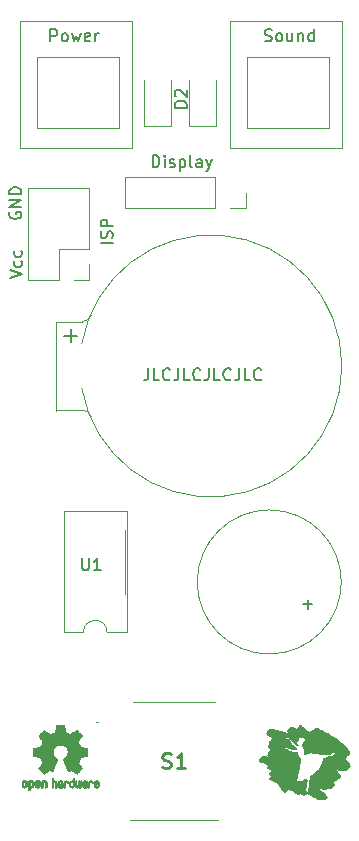
<source format=gbr>
%TF.GenerationSoftware,KiCad,Pcbnew,6.0.9*%
%TF.CreationDate,2023-02-22T15:13:05+01:00*%
%TF.ProjectId,sygeco1,73796765-636f-4312-9e6b-696361645f70,1.0*%
%TF.SameCoordinates,Original*%
%TF.FileFunction,Legend,Top*%
%TF.FilePolarity,Positive*%
%FSLAX46Y46*%
G04 Gerber Fmt 4.6, Leading zero omitted, Abs format (unit mm)*
G04 Created by KiCad (PCBNEW 6.0.9) date 2023-02-22 15:13:05*
%MOMM*%
%LPD*%
G01*
G04 APERTURE LIST*
%ADD10C,0.120000*%
%ADD11C,0.150000*%
%ADD12C,0.254000*%
%ADD13C,0.100000*%
%ADD14C,0.010000*%
G04 APERTURE END LIST*
D10*
X128524000Y-54610000D02*
X128524000Y-65405000D01*
X155829000Y-54610000D02*
X146304000Y-54610000D01*
X138049000Y-54610000D02*
X128524000Y-54610000D01*
X146304000Y-65405000D02*
X155829000Y-65405000D01*
X155829000Y-65405000D02*
X155829000Y-54610000D01*
X128524000Y-65405000D02*
X138049000Y-65405000D01*
X146304000Y-54610000D02*
X146304000Y-65405000D01*
X138049000Y-65405000D02*
X138049000Y-54610000D01*
D11*
X131119809Y-56332380D02*
X131119809Y-55332380D01*
X131500761Y-55332380D01*
X131596000Y-55380000D01*
X131643619Y-55427619D01*
X131691238Y-55522857D01*
X131691238Y-55665714D01*
X131643619Y-55760952D01*
X131596000Y-55808571D01*
X131500761Y-55856190D01*
X131119809Y-55856190D01*
X132262666Y-56332380D02*
X132167428Y-56284761D01*
X132119809Y-56237142D01*
X132072190Y-56141904D01*
X132072190Y-55856190D01*
X132119809Y-55760952D01*
X132167428Y-55713333D01*
X132262666Y-55665714D01*
X132405523Y-55665714D01*
X132500761Y-55713333D01*
X132548380Y-55760952D01*
X132596000Y-55856190D01*
X132596000Y-56141904D01*
X132548380Y-56237142D01*
X132500761Y-56284761D01*
X132405523Y-56332380D01*
X132262666Y-56332380D01*
X132929333Y-55665714D02*
X133119809Y-56332380D01*
X133310285Y-55856190D01*
X133500761Y-56332380D01*
X133691238Y-55665714D01*
X134453142Y-56284761D02*
X134357904Y-56332380D01*
X134167428Y-56332380D01*
X134072190Y-56284761D01*
X134024571Y-56189523D01*
X134024571Y-55808571D01*
X134072190Y-55713333D01*
X134167428Y-55665714D01*
X134357904Y-55665714D01*
X134453142Y-55713333D01*
X134500761Y-55808571D01*
X134500761Y-55903809D01*
X134024571Y-55999047D01*
X134929333Y-56332380D02*
X134929333Y-55665714D01*
X134929333Y-55856190D02*
X134976952Y-55760952D01*
X135024571Y-55713333D01*
X135119809Y-55665714D01*
X135215047Y-55665714D01*
X149288761Y-56284761D02*
X149431619Y-56332380D01*
X149669714Y-56332380D01*
X149764952Y-56284761D01*
X149812571Y-56237142D01*
X149860190Y-56141904D01*
X149860190Y-56046666D01*
X149812571Y-55951428D01*
X149764952Y-55903809D01*
X149669714Y-55856190D01*
X149479238Y-55808571D01*
X149384000Y-55760952D01*
X149336380Y-55713333D01*
X149288761Y-55618095D01*
X149288761Y-55522857D01*
X149336380Y-55427619D01*
X149384000Y-55380000D01*
X149479238Y-55332380D01*
X149717333Y-55332380D01*
X149860190Y-55380000D01*
X150431619Y-56332380D02*
X150336380Y-56284761D01*
X150288761Y-56237142D01*
X150241142Y-56141904D01*
X150241142Y-55856190D01*
X150288761Y-55760952D01*
X150336380Y-55713333D01*
X150431619Y-55665714D01*
X150574476Y-55665714D01*
X150669714Y-55713333D01*
X150717333Y-55760952D01*
X150764952Y-55856190D01*
X150764952Y-56141904D01*
X150717333Y-56237142D01*
X150669714Y-56284761D01*
X150574476Y-56332380D01*
X150431619Y-56332380D01*
X151622095Y-55665714D02*
X151622095Y-56332380D01*
X151193523Y-55665714D02*
X151193523Y-56189523D01*
X151241142Y-56284761D01*
X151336380Y-56332380D01*
X151479238Y-56332380D01*
X151574476Y-56284761D01*
X151622095Y-56237142D01*
X152098285Y-55665714D02*
X152098285Y-56332380D01*
X152098285Y-55760952D02*
X152145904Y-55713333D01*
X152241142Y-55665714D01*
X152384000Y-55665714D01*
X152479238Y-55713333D01*
X152526857Y-55808571D01*
X152526857Y-56332380D01*
X153431619Y-56332380D02*
X153431619Y-55332380D01*
X153431619Y-56284761D02*
X153336380Y-56332380D01*
X153145904Y-56332380D01*
X153050666Y-56284761D01*
X153003047Y-56237142D01*
X152955428Y-56141904D01*
X152955428Y-55856190D01*
X153003047Y-55760952D01*
X153050666Y-55713333D01*
X153145904Y-55665714D01*
X153336380Y-55665714D01*
X153431619Y-55713333D01*
X139787619Y-67000380D02*
X139787619Y-66000380D01*
X140025714Y-66000380D01*
X140168571Y-66048000D01*
X140263809Y-66143238D01*
X140311428Y-66238476D01*
X140359047Y-66428952D01*
X140359047Y-66571809D01*
X140311428Y-66762285D01*
X140263809Y-66857523D01*
X140168571Y-66952761D01*
X140025714Y-67000380D01*
X139787619Y-67000380D01*
X140787619Y-67000380D02*
X140787619Y-66333714D01*
X140787619Y-66000380D02*
X140740000Y-66048000D01*
X140787619Y-66095619D01*
X140835238Y-66048000D01*
X140787619Y-66000380D01*
X140787619Y-66095619D01*
X141216190Y-66952761D02*
X141311428Y-67000380D01*
X141501904Y-67000380D01*
X141597142Y-66952761D01*
X141644761Y-66857523D01*
X141644761Y-66809904D01*
X141597142Y-66714666D01*
X141501904Y-66667047D01*
X141359047Y-66667047D01*
X141263809Y-66619428D01*
X141216190Y-66524190D01*
X141216190Y-66476571D01*
X141263809Y-66381333D01*
X141359047Y-66333714D01*
X141501904Y-66333714D01*
X141597142Y-66381333D01*
X142073333Y-66333714D02*
X142073333Y-67333714D01*
X142073333Y-66381333D02*
X142168571Y-66333714D01*
X142359047Y-66333714D01*
X142454285Y-66381333D01*
X142501904Y-66428952D01*
X142549523Y-66524190D01*
X142549523Y-66809904D01*
X142501904Y-66905142D01*
X142454285Y-66952761D01*
X142359047Y-67000380D01*
X142168571Y-67000380D01*
X142073333Y-66952761D01*
X143120952Y-67000380D02*
X143025714Y-66952761D01*
X142978095Y-66857523D01*
X142978095Y-66000380D01*
X143930476Y-67000380D02*
X143930476Y-66476571D01*
X143882857Y-66381333D01*
X143787619Y-66333714D01*
X143597142Y-66333714D01*
X143501904Y-66381333D01*
X143930476Y-66952761D02*
X143835238Y-67000380D01*
X143597142Y-67000380D01*
X143501904Y-66952761D01*
X143454285Y-66857523D01*
X143454285Y-66762285D01*
X143501904Y-66667047D01*
X143597142Y-66619428D01*
X143835238Y-66619428D01*
X143930476Y-66571809D01*
X144311428Y-66333714D02*
X144549523Y-67000380D01*
X144787619Y-66333714D02*
X144549523Y-67000380D01*
X144454285Y-67238476D01*
X144406666Y-67286095D01*
X144311428Y-67333714D01*
X139398952Y-84034380D02*
X139398952Y-84748666D01*
X139351333Y-84891523D01*
X139256095Y-84986761D01*
X139113238Y-85034380D01*
X139018000Y-85034380D01*
X140351333Y-85034380D02*
X139875142Y-85034380D01*
X139875142Y-84034380D01*
X141256095Y-84939142D02*
X141208476Y-84986761D01*
X141065619Y-85034380D01*
X140970380Y-85034380D01*
X140827523Y-84986761D01*
X140732285Y-84891523D01*
X140684666Y-84796285D01*
X140637047Y-84605809D01*
X140637047Y-84462952D01*
X140684666Y-84272476D01*
X140732285Y-84177238D01*
X140827523Y-84082000D01*
X140970380Y-84034380D01*
X141065619Y-84034380D01*
X141208476Y-84082000D01*
X141256095Y-84129619D01*
X141970380Y-84034380D02*
X141970380Y-84748666D01*
X141922761Y-84891523D01*
X141827523Y-84986761D01*
X141684666Y-85034380D01*
X141589428Y-85034380D01*
X142922761Y-85034380D02*
X142446571Y-85034380D01*
X142446571Y-84034380D01*
X143827523Y-84939142D02*
X143779904Y-84986761D01*
X143637047Y-85034380D01*
X143541809Y-85034380D01*
X143398952Y-84986761D01*
X143303714Y-84891523D01*
X143256095Y-84796285D01*
X143208476Y-84605809D01*
X143208476Y-84462952D01*
X143256095Y-84272476D01*
X143303714Y-84177238D01*
X143398952Y-84082000D01*
X143541809Y-84034380D01*
X143637047Y-84034380D01*
X143779904Y-84082000D01*
X143827523Y-84129619D01*
X144541809Y-84034380D02*
X144541809Y-84748666D01*
X144494190Y-84891523D01*
X144398952Y-84986761D01*
X144256095Y-85034380D01*
X144160857Y-85034380D01*
X145494190Y-85034380D02*
X145018000Y-85034380D01*
X145018000Y-84034380D01*
X146398952Y-84939142D02*
X146351333Y-84986761D01*
X146208476Y-85034380D01*
X146113238Y-85034380D01*
X145970380Y-84986761D01*
X145875142Y-84891523D01*
X145827523Y-84796285D01*
X145779904Y-84605809D01*
X145779904Y-84462952D01*
X145827523Y-84272476D01*
X145875142Y-84177238D01*
X145970380Y-84082000D01*
X146113238Y-84034380D01*
X146208476Y-84034380D01*
X146351333Y-84082000D01*
X146398952Y-84129619D01*
X147113238Y-84034380D02*
X147113238Y-84748666D01*
X147065619Y-84891523D01*
X146970380Y-84986761D01*
X146827523Y-85034380D01*
X146732285Y-85034380D01*
X148065619Y-85034380D02*
X147589428Y-85034380D01*
X147589428Y-84034380D01*
X148970380Y-84939142D02*
X148922761Y-84986761D01*
X148779904Y-85034380D01*
X148684666Y-85034380D01*
X148541809Y-84986761D01*
X148446571Y-84891523D01*
X148398952Y-84796285D01*
X148351333Y-84605809D01*
X148351333Y-84462952D01*
X148398952Y-84272476D01*
X148446571Y-84177238D01*
X148541809Y-84082000D01*
X148684666Y-84034380D01*
X148779904Y-84034380D01*
X148922761Y-84082000D01*
X148970380Y-84129619D01*
X127706500Y-70802404D02*
X127658880Y-70897642D01*
X127658880Y-71040500D01*
X127706500Y-71183357D01*
X127801738Y-71278595D01*
X127896976Y-71326214D01*
X128087452Y-71373833D01*
X128230309Y-71373833D01*
X128420785Y-71326214D01*
X128516023Y-71278595D01*
X128611261Y-71183357D01*
X128658880Y-71040500D01*
X128658880Y-70945261D01*
X128611261Y-70802404D01*
X128563642Y-70754785D01*
X128230309Y-70754785D01*
X128230309Y-70945261D01*
X128658880Y-70326214D02*
X127658880Y-70326214D01*
X128658880Y-69754785D01*
X127658880Y-69754785D01*
X128658880Y-69278595D02*
X127658880Y-69278595D01*
X127658880Y-69040500D01*
X127706500Y-68897642D01*
X127801738Y-68802404D01*
X127896976Y-68754785D01*
X128087452Y-68707166D01*
X128230309Y-68707166D01*
X128420785Y-68754785D01*
X128516023Y-68802404D01*
X128611261Y-68897642D01*
X128658880Y-69040500D01*
X128658880Y-69278595D01*
X127722380Y-76374476D02*
X128722380Y-76041142D01*
X127722380Y-75707809D01*
X128674761Y-74945904D02*
X128722380Y-75041142D01*
X128722380Y-75231619D01*
X128674761Y-75326857D01*
X128627142Y-75374476D01*
X128531904Y-75422095D01*
X128246190Y-75422095D01*
X128150952Y-75374476D01*
X128103333Y-75326857D01*
X128055714Y-75231619D01*
X128055714Y-75041142D01*
X128103333Y-74945904D01*
X128674761Y-74088761D02*
X128722380Y-74184000D01*
X128722380Y-74374476D01*
X128674761Y-74469714D01*
X128627142Y-74517333D01*
X128531904Y-74564952D01*
X128246190Y-74564952D01*
X128150952Y-74517333D01*
X128103333Y-74469714D01*
X128055714Y-74374476D01*
X128055714Y-74184000D01*
X128103333Y-74088761D01*
X136405880Y-73429690D02*
X135405880Y-73429690D01*
X136358261Y-73001119D02*
X136405880Y-72858261D01*
X136405880Y-72620166D01*
X136358261Y-72524928D01*
X136310642Y-72477309D01*
X136215404Y-72429690D01*
X136120166Y-72429690D01*
X136024928Y-72477309D01*
X135977309Y-72524928D01*
X135929690Y-72620166D01*
X135882071Y-72810642D01*
X135834452Y-72905880D01*
X135786833Y-72953500D01*
X135691595Y-73001119D01*
X135596357Y-73001119D01*
X135501119Y-72953500D01*
X135453500Y-72905880D01*
X135405880Y-72810642D01*
X135405880Y-72572547D01*
X135453500Y-72429690D01*
X136405880Y-72001119D02*
X135405880Y-72001119D01*
X135405880Y-71620166D01*
X135453500Y-71524928D01*
X135501119Y-71477309D01*
X135596357Y-71429690D01*
X135739214Y-71429690D01*
X135834452Y-71477309D01*
X135882071Y-71524928D01*
X135929690Y-71620166D01*
X135929690Y-72001119D01*
%TO.C,LS1*%
X152527047Y-103979428D02*
X153288952Y-103979428D01*
X152908000Y-104360380D02*
X152908000Y-103598476D01*
D12*
%TO.C,S1*%
X140613380Y-117810047D02*
X140794809Y-117870523D01*
X141097190Y-117870523D01*
X141218142Y-117810047D01*
X141278619Y-117749571D01*
X141339095Y-117628619D01*
X141339095Y-117507666D01*
X141278619Y-117386714D01*
X141218142Y-117326238D01*
X141097190Y-117265761D01*
X140855285Y-117205285D01*
X140734333Y-117144809D01*
X140673857Y-117084333D01*
X140613380Y-116963380D01*
X140613380Y-116842428D01*
X140673857Y-116721476D01*
X140734333Y-116661000D01*
X140855285Y-116600523D01*
X141157666Y-116600523D01*
X141339095Y-116661000D01*
X142548619Y-117870523D02*
X141822904Y-117870523D01*
X142185761Y-117870523D02*
X142185761Y-116600523D01*
X142064809Y-116781952D01*
X141943857Y-116902904D01*
X141822904Y-116963380D01*
D11*
%TO.C,D2*%
X142650380Y-61952095D02*
X141650380Y-61952095D01*
X141650380Y-61714000D01*
X141698000Y-61571142D01*
X141793238Y-61475904D01*
X141888476Y-61428285D01*
X142078952Y-61380666D01*
X142221809Y-61380666D01*
X142412285Y-61428285D01*
X142507523Y-61475904D01*
X142602761Y-61571142D01*
X142650380Y-61714000D01*
X142650380Y-61952095D01*
X141745619Y-60999714D02*
X141698000Y-60952095D01*
X141650380Y-60856857D01*
X141650380Y-60618761D01*
X141698000Y-60523523D01*
X141745619Y-60475904D01*
X141840857Y-60428285D01*
X141936095Y-60428285D01*
X142078952Y-60475904D01*
X142650380Y-61047333D01*
X142650380Y-60428285D01*
%TO.C,BT1*%
X132270571Y-81260142D02*
X133413428Y-81260142D01*
X132842000Y-81831571D02*
X132842000Y-80688714D01*
%TO.C,U1*%
X133807295Y-100120580D02*
X133807295Y-100930104D01*
X133854914Y-101025342D01*
X133902533Y-101072961D01*
X133997771Y-101120580D01*
X134188247Y-101120580D01*
X134283485Y-101072961D01*
X134331104Y-101025342D01*
X134378723Y-100930104D01*
X134378723Y-100120580D01*
X135378723Y-101120580D02*
X134807295Y-101120580D01*
X135093009Y-101120580D02*
X135093009Y-100120580D01*
X134997771Y-100263438D01*
X134902533Y-100358676D01*
X134807295Y-100406295D01*
D10*
%TO.C,SW1*%
X136954000Y-63690000D02*
X129954000Y-63690000D01*
X129954000Y-57690000D02*
X136954000Y-57690000D01*
X129954000Y-63690000D02*
X129954000Y-57690000D01*
X136954000Y-57690000D02*
X136954000Y-63690000D01*
%TO.C,SW2*%
X147734000Y-63690000D02*
X147734000Y-57690000D01*
X147734000Y-57690000D02*
X154734000Y-57690000D01*
X154734000Y-57690000D02*
X154734000Y-63690000D01*
X154734000Y-63690000D02*
X147734000Y-63690000D01*
%TO.C,J1*%
X145084800Y-70468800D02*
X137404800Y-70468800D01*
X145084800Y-67808800D02*
X145084800Y-70468800D01*
X147684800Y-69138800D02*
X147684800Y-70468800D01*
X147684800Y-70468800D02*
X146354800Y-70468800D01*
X137404800Y-67808800D02*
X137404800Y-70468800D01*
X145084800Y-67808800D02*
X137404800Y-67808800D01*
%TO.C,D1*%
X139073000Y-59614000D02*
X139073000Y-63499000D01*
X141343000Y-63499000D02*
X141343000Y-59614000D01*
X139073000Y-63499000D02*
X141343000Y-63499000D01*
%TO.C,LS1*%
X155758000Y-102108000D02*
G75*
G03*
X155758000Y-102108000I-6100000J0D01*
G01*
D13*
%TO.C,S1*%
X137856000Y-122296000D02*
X145356000Y-122296000D01*
X138156000Y-112296000D02*
X145056000Y-112296000D01*
X135156000Y-113996000D02*
X135156000Y-113996000D01*
X135056000Y-113996000D02*
X135056000Y-113996000D01*
X135056000Y-113996000D02*
G75*
G03*
X135156000Y-113996000I50000J0D01*
G01*
X135156000Y-113996000D02*
G75*
G03*
X135056000Y-113996000I-50000J0D01*
G01*
D10*
%TO.C,J2*%
X131826000Y-76514000D02*
X129226000Y-76514000D01*
X134426000Y-73914000D02*
X131826000Y-73914000D01*
X129226000Y-76514000D02*
X129226000Y-68774000D01*
X134426000Y-75184000D02*
X134426000Y-76514000D01*
X134426000Y-68774000D02*
X129226000Y-68774000D01*
X134426000Y-73914000D02*
X134426000Y-68774000D01*
X134426000Y-76514000D02*
X133096000Y-76514000D01*
X131826000Y-73914000D02*
X131826000Y-76514000D01*
%TO.C,D2*%
X142883000Y-59614000D02*
X142883000Y-63499000D01*
X145153000Y-63499000D02*
X145153000Y-59614000D01*
X142883000Y-63499000D02*
X145153000Y-63499000D01*
%TO.C,G\u002A\u002A\u002A*%
G36*
X152295636Y-114231236D02*
G01*
X152333469Y-114253989D01*
X152384882Y-114292725D01*
X152450694Y-114348109D01*
X152531722Y-114420807D01*
X152628786Y-114511484D01*
X152656302Y-114537660D01*
X152738691Y-114615841D01*
X152805360Y-114677809D01*
X152858596Y-114725267D01*
X152900686Y-114759915D01*
X152933916Y-114783457D01*
X152960573Y-114797593D01*
X152982945Y-114804025D01*
X153003317Y-114804456D01*
X153012938Y-114803052D01*
X153066230Y-114786803D01*
X153136027Y-114755591D01*
X153219482Y-114710909D01*
X153313747Y-114654248D01*
X153384250Y-114608518D01*
X153441121Y-114570849D01*
X153492446Y-114537351D01*
X153533561Y-114511031D01*
X153559802Y-114494897D01*
X153564390Y-114492327D01*
X153619637Y-114477434D01*
X153682619Y-114485561D01*
X153751092Y-114516373D01*
X153759461Y-114521509D01*
X153847529Y-114574526D01*
X153922195Y-114613556D01*
X153989072Y-114641457D01*
X154007120Y-114647649D01*
X154042563Y-114661485D01*
X154093915Y-114684413D01*
X154154742Y-114713437D01*
X154218612Y-114745561D01*
X154229370Y-114751146D01*
X154302080Y-114788667D01*
X154381347Y-114828892D01*
X154457326Y-114866860D01*
X154517250Y-114896203D01*
X154597583Y-114935933D01*
X154672889Y-114975599D01*
X154748484Y-115018287D01*
X154829686Y-115067081D01*
X154921809Y-115125066D01*
X155009850Y-115182040D01*
X155081704Y-115228550D01*
X155158022Y-115277282D01*
X155231200Y-115323422D01*
X155293634Y-115362155D01*
X155312627Y-115373729D01*
X155386600Y-115421286D01*
X155466324Y-115478229D01*
X155554172Y-115546456D01*
X155652517Y-115627865D01*
X155763731Y-115724355D01*
X155871544Y-115820907D01*
X155978309Y-115920262D01*
X156067883Y-116010277D01*
X156144093Y-116095873D01*
X156210768Y-116181972D01*
X156271735Y-116273493D01*
X156330822Y-116375358D01*
X156388025Y-116484849D01*
X156438323Y-116584886D01*
X156287937Y-116739767D01*
X156233031Y-116796140D01*
X156192508Y-116836714D01*
X156163073Y-116863928D01*
X156141429Y-116880219D01*
X156124280Y-116888026D01*
X156108330Y-116889787D01*
X156090283Y-116887940D01*
X156088050Y-116887625D01*
X156050587Y-116881000D01*
X156021832Y-116873693D01*
X156018418Y-116872445D01*
X155994167Y-116874042D01*
X155968074Y-116888752D01*
X155947853Y-116909112D01*
X155946165Y-116928925D01*
X155952803Y-116946006D01*
X155965877Y-116966299D01*
X155992623Y-117001737D01*
X156029925Y-117048402D01*
X156074670Y-117102375D01*
X156110751Y-117144728D01*
X156215371Y-117269393D01*
X156300795Y-117378439D01*
X156367384Y-117472451D01*
X156415503Y-117552015D01*
X156445513Y-117617715D01*
X156457777Y-117670137D01*
X156455655Y-117700674D01*
X156443949Y-117720697D01*
X156417590Y-117753754D01*
X156380596Y-117795661D01*
X156336987Y-117842233D01*
X156290782Y-117889285D01*
X156245999Y-117932632D01*
X156206658Y-117968090D01*
X156176778Y-117991473D01*
X156175677Y-117992203D01*
X156154462Y-118002798D01*
X156129868Y-118005407D01*
X156093142Y-118000385D01*
X156073158Y-117996331D01*
X156029338Y-117988525D01*
X155995820Y-117988280D01*
X155960336Y-117996633D01*
X155926182Y-118008740D01*
X155851915Y-118036554D01*
X155769015Y-118001321D01*
X155722328Y-117982859D01*
X155692250Y-117975113D01*
X155672930Y-117976938D01*
X155665482Y-117981077D01*
X155607562Y-118020459D01*
X155566801Y-118041924D01*
X155547832Y-118046452D01*
X155528549Y-118040808D01*
X155492520Y-118025496D01*
X155445301Y-118003008D01*
X155403654Y-117981763D01*
X155346437Y-117953313D01*
X155302624Y-117934764D01*
X155275450Y-117927388D01*
X155268650Y-117928669D01*
X155264307Y-117949676D01*
X155272848Y-117986711D01*
X155292021Y-118035406D01*
X155319574Y-118091394D01*
X155353252Y-118150306D01*
X155390805Y-118207775D01*
X155429978Y-118259431D01*
X155452251Y-118284687D01*
X155498311Y-118328176D01*
X155553152Y-118372579D01*
X155594257Y-118401288D01*
X155634052Y-118428407D01*
X155664873Y-118453101D01*
X155680521Y-118470362D01*
X155680956Y-118471335D01*
X155676248Y-118492148D01*
X155652234Y-118529024D01*
X155608838Y-118582078D01*
X155600279Y-118591862D01*
X155532480Y-118665362D01*
X155471883Y-118722529D01*
X155412216Y-118768562D01*
X155347209Y-118808662D01*
X155323019Y-118821741D01*
X155275664Y-118850487D01*
X155228367Y-118888098D01*
X155175769Y-118939167D01*
X155135694Y-118982314D01*
X155094948Y-119028821D01*
X155061369Y-119069802D01*
X155038266Y-119101023D01*
X155028950Y-119118251D01*
X155028900Y-119118873D01*
X155038030Y-119136004D01*
X155061869Y-119162717D01*
X155092400Y-119190732D01*
X155125110Y-119220985D01*
X155148034Y-119247293D01*
X155155900Y-119262853D01*
X155147408Y-119279717D01*
X155124449Y-119310173D01*
X155090799Y-119350138D01*
X155050233Y-119395531D01*
X155006526Y-119442269D01*
X154963455Y-119486269D01*
X154924794Y-119523449D01*
X154894318Y-119549727D01*
X154883498Y-119557399D01*
X154847013Y-119575343D01*
X154810493Y-119581263D01*
X154767927Y-119574622D01*
X154713303Y-119554882D01*
X154677540Y-119538986D01*
X154630758Y-119517881D01*
X154596754Y-119506601D01*
X154569029Y-119506495D01*
X154541082Y-119518910D01*
X154506412Y-119545194D01*
X154461955Y-119583688D01*
X154422505Y-119615796D01*
X154386374Y-119641054D01*
X154360786Y-119654457D01*
X154359011Y-119654972D01*
X154314418Y-119660049D01*
X154262549Y-119653476D01*
X154199914Y-119634258D01*
X154123023Y-119601400D01*
X154057389Y-119569002D01*
X153900423Y-119488381D01*
X153851886Y-119527638D01*
X153822666Y-119554253D01*
X153803433Y-119577380D01*
X153799702Y-119585364D01*
X153807440Y-119600719D01*
X153831342Y-119627772D01*
X153867598Y-119662530D01*
X153901302Y-119691837D01*
X154033807Y-119804611D01*
X154151883Y-119909162D01*
X154254648Y-120004584D01*
X154341223Y-120089970D01*
X154410727Y-120164412D01*
X154462278Y-120227004D01*
X154494997Y-120276838D01*
X154508002Y-120313008D01*
X154508200Y-120316881D01*
X154500483Y-120334973D01*
X154479984Y-120366241D01*
X154450680Y-120404776D01*
X154441525Y-120415960D01*
X154374850Y-120496102D01*
X154089100Y-120496663D01*
X153991279Y-120496533D01*
X153915744Y-120495592D01*
X153859387Y-120493665D01*
X153819100Y-120490578D01*
X153791778Y-120486154D01*
X153774311Y-120480220D01*
X153771600Y-120478762D01*
X153745576Y-120464927D01*
X153704086Y-120444255D01*
X153654742Y-120420514D01*
X153638250Y-120412750D01*
X153504528Y-120348362D01*
X153385953Y-120286996D01*
X153273536Y-120223760D01*
X153158288Y-120153764D01*
X153133318Y-120138022D01*
X153069431Y-120098040D01*
X153008497Y-120060832D01*
X152955725Y-120029513D01*
X152916322Y-120007197D01*
X152902617Y-120000074D01*
X152869940Y-119983398D01*
X152857035Y-119972462D01*
X152860645Y-119962288D01*
X152871611Y-119952666D01*
X152894234Y-119920505D01*
X152909623Y-119870147D01*
X152916459Y-119808094D01*
X152913857Y-119744483D01*
X152905357Y-119670817D01*
X152976528Y-119596201D01*
X153020672Y-119544197D01*
X153044035Y-119499975D01*
X153047765Y-119458501D01*
X153033010Y-119414738D01*
X153022252Y-119395568D01*
X153010282Y-119372375D01*
X153002486Y-119346428D01*
X152998997Y-119314212D01*
X152999944Y-119272216D01*
X153005460Y-119216926D01*
X153015676Y-119144830D01*
X153030723Y-119052415D01*
X153036293Y-119019651D01*
X153051811Y-118924880D01*
X153062230Y-118850523D01*
X153067989Y-118792205D01*
X153069528Y-118745552D01*
X153067539Y-118708614D01*
X153064400Y-118656820D01*
X153068164Y-118622119D01*
X153078798Y-118598161D01*
X153095245Y-118581182D01*
X153128663Y-118552685D01*
X153175222Y-118515729D01*
X153231091Y-118473371D01*
X153279327Y-118438075D01*
X153402722Y-118343410D01*
X153528364Y-118236474D01*
X153649499Y-118123490D01*
X153759373Y-118010679D01*
X153828432Y-117932200D01*
X153874386Y-117873742D01*
X153914283Y-117814483D01*
X153951244Y-117748784D01*
X153988388Y-117671007D01*
X154028835Y-117575513D01*
X154037056Y-117555137D01*
X154062305Y-117493040D01*
X154088406Y-117430275D01*
X154111312Y-117376518D01*
X154120488Y-117355627D01*
X154139339Y-117308743D01*
X154160978Y-117247798D01*
X154181746Y-117183301D01*
X154189002Y-117158815D01*
X154202173Y-117112435D01*
X154213457Y-117077938D01*
X154226557Y-117052149D01*
X154245178Y-117031893D01*
X154273020Y-117013995D01*
X154313787Y-116995279D01*
X154371182Y-116972571D01*
X154434578Y-116948233D01*
X154551962Y-116907823D01*
X154660726Y-116881237D01*
X154713978Y-116872403D01*
X154842700Y-116847486D01*
X154961406Y-116811353D01*
X155065864Y-116765699D01*
X155151843Y-116712221D01*
X155186941Y-116682740D01*
X155215550Y-116652718D01*
X155228425Y-116627632D01*
X155230261Y-116597318D01*
X155229745Y-116590076D01*
X155225750Y-116541550D01*
X155097112Y-116537947D01*
X154968475Y-116534345D01*
X154901440Y-116591565D01*
X154850039Y-116631194D01*
X154799469Y-116659432D01*
X154743968Y-116677910D01*
X154677773Y-116688259D01*
X154595122Y-116692112D01*
X154546300Y-116692117D01*
X154465781Y-116689687D01*
X154373189Y-116684392D01*
X154281576Y-116677086D01*
X154222450Y-116670930D01*
X154148555Y-116662486D01*
X154072570Y-116654338D01*
X154003882Y-116647463D01*
X153955750Y-116643147D01*
X153900172Y-116637508D01*
X153829755Y-116628713D01*
X153754657Y-116618098D01*
X153701750Y-116609805D01*
X153627676Y-116597582D01*
X153548796Y-116584552D01*
X153476177Y-116572546D01*
X153435050Y-116565738D01*
X153360662Y-116556042D01*
X153277595Y-116549517D01*
X153192180Y-116546242D01*
X153110749Y-116546297D01*
X153039634Y-116549761D01*
X152985167Y-116556714D01*
X152971500Y-116559906D01*
X152933173Y-116571928D01*
X152880644Y-116590184D01*
X152823256Y-116611385D01*
X152803498Y-116618992D01*
X152752132Y-116638044D01*
X152707601Y-116652805D01*
X152676623Y-116661125D01*
X152668528Y-116662200D01*
X152648359Y-116658803D01*
X152633234Y-116646391D01*
X152622136Y-116621628D01*
X152614052Y-116581180D01*
X152607964Y-116521714D01*
X152603287Y-116447932D01*
X152599039Y-116375903D01*
X152594527Y-116323234D01*
X152588569Y-116283901D01*
X152579983Y-116251880D01*
X152567584Y-116221146D01*
X152552771Y-116190761D01*
X152530899Y-116148660D01*
X152512369Y-116114940D01*
X152501059Y-116096647D01*
X152500801Y-116096322D01*
X152488321Y-116070653D01*
X152475387Y-116027557D01*
X152463704Y-115974916D01*
X152454975Y-115920612D01*
X152450906Y-115872525D01*
X152450800Y-115865151D01*
X152457275Y-115799069D01*
X152479234Y-115748149D01*
X152520478Y-115705002D01*
X152540973Y-115689814D01*
X152579417Y-115655706D01*
X152619664Y-115607770D01*
X152657652Y-115552456D01*
X152689315Y-115496210D01*
X152710591Y-115445481D01*
X152717500Y-115409735D01*
X152707103Y-115382564D01*
X152679853Y-115349438D01*
X152641660Y-115315671D01*
X152598435Y-115286577D01*
X152561131Y-115269131D01*
X152509824Y-115256833D01*
X152444221Y-115248987D01*
X152372189Y-115245705D01*
X152301597Y-115247093D01*
X152240312Y-115253263D01*
X152196800Y-115264080D01*
X152131638Y-115302092D01*
X152085683Y-115354484D01*
X152060941Y-115418461D01*
X152057100Y-115458748D01*
X152044590Y-115508207D01*
X152019208Y-115546682D01*
X151982152Y-115599456D01*
X151962361Y-115651287D01*
X151955787Y-115713623D01*
X151955694Y-115726401D01*
X151958230Y-115775974D01*
X151968775Y-115808458D01*
X151992272Y-115831977D01*
X152033666Y-115854656D01*
X152033765Y-115854703D01*
X152067133Y-115874593D01*
X152088885Y-115894846D01*
X152092868Y-115902921D01*
X152085878Y-115922280D01*
X152060435Y-115933491D01*
X152022560Y-115935206D01*
X151982924Y-115927548D01*
X151944035Y-115908410D01*
X151892660Y-115872030D01*
X151831903Y-115821222D01*
X151764865Y-115758798D01*
X151694649Y-115687571D01*
X151624357Y-115610355D01*
X151593764Y-115574685D01*
X151524767Y-115493639D01*
X151468854Y-115430387D01*
X151423682Y-115382545D01*
X151386906Y-115347727D01*
X151356183Y-115323551D01*
X151333273Y-115309687D01*
X151290029Y-115293046D01*
X151227687Y-115276683D01*
X151152527Y-115261910D01*
X151070831Y-115250043D01*
X151025014Y-115245196D01*
X150975008Y-115241336D01*
X150945260Y-115241315D01*
X150930840Y-115245677D01*
X150926820Y-115254966D01*
X150926800Y-115256039D01*
X150936313Y-115276742D01*
X150959289Y-115299441D01*
X150960154Y-115300078D01*
X150982157Y-115319643D01*
X150985205Y-115337151D01*
X150979204Y-115351102D01*
X150965700Y-115387369D01*
X150972864Y-115410381D01*
X151001775Y-115423050D01*
X151006175Y-115423910D01*
X151055045Y-115430860D01*
X151104288Y-115433091D01*
X151162689Y-115430662D01*
X151222058Y-115425389D01*
X151271931Y-115420905D01*
X151302154Y-115420372D01*
X151318269Y-115424490D01*
X151325818Y-115433963D01*
X151327482Y-115438742D01*
X151338401Y-115466227D01*
X151354888Y-115499833D01*
X151355058Y-115500150D01*
X151370053Y-115527935D01*
X151393256Y-115570932D01*
X151420812Y-115621996D01*
X151435915Y-115649982D01*
X151487003Y-115738742D01*
X151538904Y-115814922D01*
X151596180Y-115883572D01*
X151663394Y-115949740D01*
X151745106Y-116018476D01*
X151821849Y-116077126D01*
X151876057Y-116118438D01*
X151912071Y-116148991D01*
X151932983Y-116171880D01*
X151941885Y-116190206D01*
X151942800Y-116198298D01*
X151931070Y-116230226D01*
X151896397Y-116252726D01*
X151839553Y-116265462D01*
X151781505Y-116268404D01*
X151711502Y-116266124D01*
X151643116Y-116258680D01*
X151570957Y-116244922D01*
X151489634Y-116223698D01*
X151393757Y-116193859D01*
X151327616Y-116171553D01*
X151233667Y-116140360D01*
X151157899Y-116119003D01*
X151095032Y-116107583D01*
X151039786Y-116106201D01*
X150986882Y-116114959D01*
X150931040Y-116133958D01*
X150866980Y-116163299D01*
X150831796Y-116181068D01*
X150779127Y-116208507D01*
X150734042Y-116232695D01*
X150701854Y-116250740D01*
X150688675Y-116259028D01*
X150675965Y-116282038D01*
X150673246Y-116316597D01*
X150678915Y-116354365D01*
X150691368Y-116387003D01*
X150709001Y-116406171D01*
X150717363Y-116408199D01*
X150736025Y-116398097D01*
X150757569Y-116373032D01*
X150762572Y-116365122D01*
X150800913Y-116323360D01*
X150858577Y-116291053D01*
X150930573Y-116270316D01*
X151003000Y-116263299D01*
X151037556Y-116263651D01*
X151067854Y-116266926D01*
X151099356Y-116274841D01*
X151137523Y-116289115D01*
X151187818Y-116311464D01*
X151250650Y-116341188D01*
X151341833Y-116384137D01*
X151415990Y-116416871D01*
X151478568Y-116441011D01*
X151535014Y-116458178D01*
X151590774Y-116469993D01*
X151651296Y-116478078D01*
X151722027Y-116484054D01*
X151733250Y-116484828D01*
X151801011Y-116489171D01*
X151864708Y-116492819D01*
X151917339Y-116495400D01*
X151951904Y-116496540D01*
X151952771Y-116496550D01*
X151986093Y-116497969D01*
X151999129Y-116503384D01*
X151996979Y-116515897D01*
X151994046Y-116521665D01*
X151980285Y-116573588D01*
X151988833Y-116633612D01*
X152018941Y-116699184D01*
X152064230Y-116761270D01*
X152091976Y-116797684D01*
X152124961Y-116846777D01*
X152156631Y-116898730D01*
X152160479Y-116905481D01*
X152189060Y-116954052D01*
X152217176Y-116998396D01*
X152239581Y-117030306D01*
X152243061Y-117034649D01*
X152268862Y-117084629D01*
X152273000Y-117117296D01*
X152270734Y-117145145D01*
X152264422Y-117193634D01*
X152254793Y-117258453D01*
X152242575Y-117335294D01*
X152228499Y-117419849D01*
X152213293Y-117507811D01*
X152197685Y-117594869D01*
X152182405Y-117676718D01*
X152168182Y-117749047D01*
X152157682Y-117798850D01*
X152148666Y-117841595D01*
X152135878Y-117904813D01*
X152120200Y-117984005D01*
X152102516Y-118074675D01*
X152083707Y-118172325D01*
X152064658Y-118272456D01*
X152063118Y-118280610D01*
X152043711Y-118382003D01*
X152024009Y-118482393D01*
X152004980Y-118577027D01*
X151987593Y-118661151D01*
X151972818Y-118730012D01*
X151961623Y-118778857D01*
X151961224Y-118780487D01*
X151945897Y-118847400D01*
X151939350Y-118894459D01*
X151943022Y-118926129D01*
X151958350Y-118946870D01*
X151986772Y-118961145D01*
X152022810Y-118971660D01*
X152107373Y-118988910D01*
X152186441Y-118994409D01*
X152264233Y-118987167D01*
X152344969Y-118966193D01*
X152432868Y-118930496D01*
X152532148Y-118879086D01*
X152609586Y-118833877D01*
X152659893Y-118805113D01*
X152706564Y-118781267D01*
X152742474Y-118765865D01*
X152754007Y-118762463D01*
X152782786Y-118760009D01*
X152798646Y-118772116D01*
X152807417Y-118791091D01*
X152816535Y-118835220D01*
X152818698Y-118900795D01*
X152814174Y-118984909D01*
X152803230Y-119084657D01*
X152786130Y-119197131D01*
X152763142Y-119319426D01*
X152755779Y-119354600D01*
X152731707Y-119474581D01*
X152715901Y-119573977D01*
X152708618Y-119656310D01*
X152710115Y-119725099D01*
X152720650Y-119783865D01*
X152740481Y-119836127D01*
X152769866Y-119885407D01*
X152797256Y-119921229D01*
X152827427Y-119957850D01*
X152720831Y-120057442D01*
X152673414Y-120100935D01*
X152639792Y-120129138D01*
X152615822Y-120144745D01*
X152597361Y-120150449D01*
X152580265Y-120148945D01*
X152580142Y-120148916D01*
X152535488Y-120133930D01*
X152478048Y-120108660D01*
X152415950Y-120077239D01*
X152357321Y-120043796D01*
X152310290Y-120012462D01*
X152307489Y-120010337D01*
X152246728Y-119963702D01*
X152188187Y-120008401D01*
X152143266Y-120037475D01*
X152100573Y-120051020D01*
X152052151Y-120050049D01*
X151990040Y-120035575D01*
X151985439Y-120034221D01*
X151912021Y-120003755D01*
X151828290Y-119953594D01*
X151737252Y-119885674D01*
X151682450Y-119839052D01*
X151629685Y-119796414D01*
X151569937Y-119754549D01*
X151514426Y-119721202D01*
X151503828Y-119715744D01*
X151449258Y-119687294D01*
X151393406Y-119655818D01*
X151349614Y-119628926D01*
X151285123Y-119586453D01*
X151128186Y-119744005D01*
X151075186Y-119796021D01*
X151026430Y-119841663D01*
X150985445Y-119877799D01*
X150955757Y-119901299D01*
X150942510Y-119908897D01*
X150924519Y-119911166D01*
X150907270Y-119906334D01*
X150888153Y-119891672D01*
X150864558Y-119864455D01*
X150833874Y-119821954D01*
X150793492Y-119761443D01*
X150776646Y-119735600D01*
X150734821Y-119673192D01*
X150690699Y-119610661D01*
X150649479Y-119555192D01*
X150616360Y-119513970D01*
X150615824Y-119513350D01*
X150580341Y-119470776D01*
X150536306Y-119415640D01*
X150490050Y-119355960D01*
X150458117Y-119313592D01*
X150394089Y-119231365D01*
X150336268Y-119167318D01*
X150279306Y-119117014D01*
X150217855Y-119076013D01*
X150146568Y-119039877D01*
X150108620Y-119023508D01*
X150020858Y-118985591D01*
X149935376Y-118945775D01*
X149855286Y-118905787D01*
X149783705Y-118867355D01*
X149723747Y-118832205D01*
X149678527Y-118802064D01*
X149651160Y-118778657D01*
X149644212Y-118766086D01*
X149652050Y-118749965D01*
X149672689Y-118720694D01*
X149701991Y-118684049D01*
X149708234Y-118676685D01*
X149741951Y-118635496D01*
X149770932Y-118596904D01*
X149789334Y-118568722D01*
X149790263Y-118566981D01*
X149798067Y-118549539D01*
X149798936Y-118534189D01*
X149790403Y-118515773D01*
X149770000Y-118489134D01*
X149735261Y-118449113D01*
X149732268Y-118445721D01*
X149687022Y-118392674D01*
X149659211Y-118351848D01*
X149648831Y-118317323D01*
X149655876Y-118283177D01*
X149680341Y-118243489D01*
X149722221Y-118192339D01*
X149732034Y-118180965D01*
X149770221Y-118135743D01*
X149792370Y-118104432D01*
X149799550Y-118082164D01*
X149792830Y-118064076D01*
X149773277Y-118045300D01*
X149763519Y-118037604D01*
X149695046Y-117984005D01*
X149631659Y-117933336D01*
X149576817Y-117888444D01*
X149533982Y-117852178D01*
X149506614Y-117827384D01*
X149501080Y-117821664D01*
X149489368Y-117806268D01*
X149487938Y-117791897D01*
X149498627Y-117771537D01*
X149522781Y-117738813D01*
X149566851Y-117681097D01*
X149494350Y-117618305D01*
X149456523Y-117587746D01*
X149403719Y-117548048D01*
X149342295Y-117503854D01*
X149278609Y-117459809D01*
X149263749Y-117449814D01*
X149105648Y-117344114D01*
X148984349Y-117332842D01*
X148909614Y-117324557D01*
X148856141Y-117314884D01*
X148819790Y-117302415D01*
X148796422Y-117285739D01*
X148782147Y-117263994D01*
X148771510Y-117237245D01*
X148767194Y-117212950D01*
X148770914Y-117187959D01*
X148784388Y-117159123D01*
X148809331Y-117123294D01*
X148847462Y-117077324D01*
X148900495Y-117018062D01*
X148939250Y-116975829D01*
X149040850Y-116865600D01*
X149170789Y-116865500D01*
X149238435Y-116867079D01*
X149308463Y-116871385D01*
X149369414Y-116877624D01*
X149389679Y-116880653D01*
X149478629Y-116895906D01*
X149516914Y-116859227D01*
X149544113Y-116830706D01*
X149553036Y-116809795D01*
X149544926Y-116787848D01*
X149530068Y-116767606D01*
X149504936Y-116735657D01*
X149536418Y-116681937D01*
X149561202Y-116622753D01*
X149567900Y-116576083D01*
X149570169Y-116546513D01*
X149579475Y-116520556D01*
X149599561Y-116491232D01*
X149634174Y-116451557D01*
X149635417Y-116450198D01*
X149681478Y-116399219D01*
X149712160Y-116362482D01*
X149729587Y-116335825D01*
X149735885Y-116315085D01*
X149733181Y-116296101D01*
X149724325Y-116276131D01*
X149704711Y-116245465D01*
X149674523Y-116206493D01*
X149648055Y-116176195D01*
X149600538Y-116116676D01*
X149565295Y-116055616D01*
X149545684Y-115999451D01*
X149542778Y-115974365D01*
X149552138Y-115941390D01*
X149578983Y-115897348D01*
X149596475Y-115874699D01*
X149639133Y-115822890D01*
X149668081Y-115787163D01*
X149685154Y-115763514D01*
X149692192Y-115747940D01*
X149691030Y-115736437D01*
X149683507Y-115725002D01*
X149671933Y-115710275D01*
X149653493Y-115681690D01*
X149644324Y-115660336D01*
X149644100Y-115658199D01*
X149652059Y-115635323D01*
X149676438Y-115598809D01*
X149717987Y-115547694D01*
X149777456Y-115481012D01*
X149805384Y-115450882D01*
X149846288Y-115405342D01*
X149879793Y-115364645D01*
X149902447Y-115333224D01*
X149910799Y-115315512D01*
X149910800Y-115315486D01*
X149903295Y-115293698D01*
X149879544Y-115268047D01*
X149837694Y-115237160D01*
X149775888Y-115199665D01*
X149694191Y-115155198D01*
X149623266Y-115115233D01*
X149557268Y-115073109D01*
X149503617Y-115033710D01*
X149484281Y-115017063D01*
X149448125Y-114981915D01*
X149427377Y-114956002D01*
X149417888Y-114932352D01*
X149415507Y-114903992D01*
X149415500Y-114901493D01*
X149419648Y-114867042D01*
X149433555Y-114831022D01*
X149459414Y-114790270D01*
X149499418Y-114741627D01*
X149555760Y-114681930D01*
X149594957Y-114642795D01*
X149648541Y-114592115D01*
X149691713Y-114558124D01*
X149730649Y-114538272D01*
X149771521Y-114530011D01*
X149820504Y-114530791D01*
X149856984Y-114534616D01*
X149909497Y-114543378D01*
X149982223Y-114558939D01*
X150071213Y-114580276D01*
X150172513Y-114606366D01*
X150282174Y-114636184D01*
X150396243Y-114668707D01*
X150510769Y-114702912D01*
X150533100Y-114709777D01*
X150619081Y-114735892D01*
X150710820Y-114762991D01*
X150799915Y-114788641D01*
X150877965Y-114810410D01*
X150914100Y-114820098D01*
X150984926Y-114838848D01*
X151070929Y-114861874D01*
X151162807Y-114886671D01*
X151251256Y-114910735D01*
X151280123Y-114918642D01*
X151348890Y-114936972D01*
X151408923Y-114951940D01*
X151456056Y-114962589D01*
X151486122Y-114967965D01*
X151495014Y-114967918D01*
X151492525Y-114953030D01*
X151468509Y-114925176D01*
X151423166Y-114884545D01*
X151356695Y-114831326D01*
X151326994Y-114808640D01*
X151278299Y-114771083D01*
X151235194Y-114736485D01*
X151202985Y-114709183D01*
X151188651Y-114695534D01*
X151173252Y-114675742D01*
X151172871Y-114659440D01*
X151187291Y-114634552D01*
X151187540Y-114634171D01*
X151210356Y-114604264D01*
X151244924Y-114564782D01*
X151287129Y-114519809D01*
X151332854Y-114473428D01*
X151377984Y-114429723D01*
X151418404Y-114392777D01*
X151449996Y-114366672D01*
X151468379Y-114355556D01*
X151489822Y-114356880D01*
X151526844Y-114368522D01*
X151581349Y-114391225D01*
X151655237Y-114425733D01*
X151685298Y-114440378D01*
X151749765Y-114472457D01*
X151807148Y-114501788D01*
X151853122Y-114526101D01*
X151883363Y-114543123D01*
X151892544Y-114549211D01*
X151902552Y-114553738D01*
X151915813Y-114549733D01*
X151935298Y-114534726D01*
X151963977Y-114506245D01*
X152004818Y-114461822D01*
X152025894Y-114438286D01*
X152102478Y-114355079D01*
X152165475Y-114292574D01*
X152215380Y-114250338D01*
X152252690Y-114227933D01*
X152270565Y-114223800D01*
X152295636Y-114231236D01*
G37*
D14*
X152295636Y-114231236D02*
X152333469Y-114253989D01*
X152384882Y-114292725D01*
X152450694Y-114348109D01*
X152531722Y-114420807D01*
X152628786Y-114511484D01*
X152656302Y-114537660D01*
X152738691Y-114615841D01*
X152805360Y-114677809D01*
X152858596Y-114725267D01*
X152900686Y-114759915D01*
X152933916Y-114783457D01*
X152960573Y-114797593D01*
X152982945Y-114804025D01*
X153003317Y-114804456D01*
X153012938Y-114803052D01*
X153066230Y-114786803D01*
X153136027Y-114755591D01*
X153219482Y-114710909D01*
X153313747Y-114654248D01*
X153384250Y-114608518D01*
X153441121Y-114570849D01*
X153492446Y-114537351D01*
X153533561Y-114511031D01*
X153559802Y-114494897D01*
X153564390Y-114492327D01*
X153619637Y-114477434D01*
X153682619Y-114485561D01*
X153751092Y-114516373D01*
X153759461Y-114521509D01*
X153847529Y-114574526D01*
X153922195Y-114613556D01*
X153989072Y-114641457D01*
X154007120Y-114647649D01*
X154042563Y-114661485D01*
X154093915Y-114684413D01*
X154154742Y-114713437D01*
X154218612Y-114745561D01*
X154229370Y-114751146D01*
X154302080Y-114788667D01*
X154381347Y-114828892D01*
X154457326Y-114866860D01*
X154517250Y-114896203D01*
X154597583Y-114935933D01*
X154672889Y-114975599D01*
X154748484Y-115018287D01*
X154829686Y-115067081D01*
X154921809Y-115125066D01*
X155009850Y-115182040D01*
X155081704Y-115228550D01*
X155158022Y-115277282D01*
X155231200Y-115323422D01*
X155293634Y-115362155D01*
X155312627Y-115373729D01*
X155386600Y-115421286D01*
X155466324Y-115478229D01*
X155554172Y-115546456D01*
X155652517Y-115627865D01*
X155763731Y-115724355D01*
X155871544Y-115820907D01*
X155978309Y-115920262D01*
X156067883Y-116010277D01*
X156144093Y-116095873D01*
X156210768Y-116181972D01*
X156271735Y-116273493D01*
X156330822Y-116375358D01*
X156388025Y-116484849D01*
X156438323Y-116584886D01*
X156287937Y-116739767D01*
X156233031Y-116796140D01*
X156192508Y-116836714D01*
X156163073Y-116863928D01*
X156141429Y-116880219D01*
X156124280Y-116888026D01*
X156108330Y-116889787D01*
X156090283Y-116887940D01*
X156088050Y-116887625D01*
X156050587Y-116881000D01*
X156021832Y-116873693D01*
X156018418Y-116872445D01*
X155994167Y-116874042D01*
X155968074Y-116888752D01*
X155947853Y-116909112D01*
X155946165Y-116928925D01*
X155952803Y-116946006D01*
X155965877Y-116966299D01*
X155992623Y-117001737D01*
X156029925Y-117048402D01*
X156074670Y-117102375D01*
X156110751Y-117144728D01*
X156215371Y-117269393D01*
X156300795Y-117378439D01*
X156367384Y-117472451D01*
X156415503Y-117552015D01*
X156445513Y-117617715D01*
X156457777Y-117670137D01*
X156455655Y-117700674D01*
X156443949Y-117720697D01*
X156417590Y-117753754D01*
X156380596Y-117795661D01*
X156336987Y-117842233D01*
X156290782Y-117889285D01*
X156245999Y-117932632D01*
X156206658Y-117968090D01*
X156176778Y-117991473D01*
X156175677Y-117992203D01*
X156154462Y-118002798D01*
X156129868Y-118005407D01*
X156093142Y-118000385D01*
X156073158Y-117996331D01*
X156029338Y-117988525D01*
X155995820Y-117988280D01*
X155960336Y-117996633D01*
X155926182Y-118008740D01*
X155851915Y-118036554D01*
X155769015Y-118001321D01*
X155722328Y-117982859D01*
X155692250Y-117975113D01*
X155672930Y-117976938D01*
X155665482Y-117981077D01*
X155607562Y-118020459D01*
X155566801Y-118041924D01*
X155547832Y-118046452D01*
X155528549Y-118040808D01*
X155492520Y-118025496D01*
X155445301Y-118003008D01*
X155403654Y-117981763D01*
X155346437Y-117953313D01*
X155302624Y-117934764D01*
X155275450Y-117927388D01*
X155268650Y-117928669D01*
X155264307Y-117949676D01*
X155272848Y-117986711D01*
X155292021Y-118035406D01*
X155319574Y-118091394D01*
X155353252Y-118150306D01*
X155390805Y-118207775D01*
X155429978Y-118259431D01*
X155452251Y-118284687D01*
X155498311Y-118328176D01*
X155553152Y-118372579D01*
X155594257Y-118401288D01*
X155634052Y-118428407D01*
X155664873Y-118453101D01*
X155680521Y-118470362D01*
X155680956Y-118471335D01*
X155676248Y-118492148D01*
X155652234Y-118529024D01*
X155608838Y-118582078D01*
X155600279Y-118591862D01*
X155532480Y-118665362D01*
X155471883Y-118722529D01*
X155412216Y-118768562D01*
X155347209Y-118808662D01*
X155323019Y-118821741D01*
X155275664Y-118850487D01*
X155228367Y-118888098D01*
X155175769Y-118939167D01*
X155135694Y-118982314D01*
X155094948Y-119028821D01*
X155061369Y-119069802D01*
X155038266Y-119101023D01*
X155028950Y-119118251D01*
X155028900Y-119118873D01*
X155038030Y-119136004D01*
X155061869Y-119162717D01*
X155092400Y-119190732D01*
X155125110Y-119220985D01*
X155148034Y-119247293D01*
X155155900Y-119262853D01*
X155147408Y-119279717D01*
X155124449Y-119310173D01*
X155090799Y-119350138D01*
X155050233Y-119395531D01*
X155006526Y-119442269D01*
X154963455Y-119486269D01*
X154924794Y-119523449D01*
X154894318Y-119549727D01*
X154883498Y-119557399D01*
X154847013Y-119575343D01*
X154810493Y-119581263D01*
X154767927Y-119574622D01*
X154713303Y-119554882D01*
X154677540Y-119538986D01*
X154630758Y-119517881D01*
X154596754Y-119506601D01*
X154569029Y-119506495D01*
X154541082Y-119518910D01*
X154506412Y-119545194D01*
X154461955Y-119583688D01*
X154422505Y-119615796D01*
X154386374Y-119641054D01*
X154360786Y-119654457D01*
X154359011Y-119654972D01*
X154314418Y-119660049D01*
X154262549Y-119653476D01*
X154199914Y-119634258D01*
X154123023Y-119601400D01*
X154057389Y-119569002D01*
X153900423Y-119488381D01*
X153851886Y-119527638D01*
X153822666Y-119554253D01*
X153803433Y-119577380D01*
X153799702Y-119585364D01*
X153807440Y-119600719D01*
X153831342Y-119627772D01*
X153867598Y-119662530D01*
X153901302Y-119691837D01*
X154033807Y-119804611D01*
X154151883Y-119909162D01*
X154254648Y-120004584D01*
X154341223Y-120089970D01*
X154410727Y-120164412D01*
X154462278Y-120227004D01*
X154494997Y-120276838D01*
X154508002Y-120313008D01*
X154508200Y-120316881D01*
X154500483Y-120334973D01*
X154479984Y-120366241D01*
X154450680Y-120404776D01*
X154441525Y-120415960D01*
X154374850Y-120496102D01*
X154089100Y-120496663D01*
X153991279Y-120496533D01*
X153915744Y-120495592D01*
X153859387Y-120493665D01*
X153819100Y-120490578D01*
X153791778Y-120486154D01*
X153774311Y-120480220D01*
X153771600Y-120478762D01*
X153745576Y-120464927D01*
X153704086Y-120444255D01*
X153654742Y-120420514D01*
X153638250Y-120412750D01*
X153504528Y-120348362D01*
X153385953Y-120286996D01*
X153273536Y-120223760D01*
X153158288Y-120153764D01*
X153133318Y-120138022D01*
X153069431Y-120098040D01*
X153008497Y-120060832D01*
X152955725Y-120029513D01*
X152916322Y-120007197D01*
X152902617Y-120000074D01*
X152869940Y-119983398D01*
X152857035Y-119972462D01*
X152860645Y-119962288D01*
X152871611Y-119952666D01*
X152894234Y-119920505D01*
X152909623Y-119870147D01*
X152916459Y-119808094D01*
X152913857Y-119744483D01*
X152905357Y-119670817D01*
X152976528Y-119596201D01*
X153020672Y-119544197D01*
X153044035Y-119499975D01*
X153047765Y-119458501D01*
X153033010Y-119414738D01*
X153022252Y-119395568D01*
X153010282Y-119372375D01*
X153002486Y-119346428D01*
X152998997Y-119314212D01*
X152999944Y-119272216D01*
X153005460Y-119216926D01*
X153015676Y-119144830D01*
X153030723Y-119052415D01*
X153036293Y-119019651D01*
X153051811Y-118924880D01*
X153062230Y-118850523D01*
X153067989Y-118792205D01*
X153069528Y-118745552D01*
X153067539Y-118708614D01*
X153064400Y-118656820D01*
X153068164Y-118622119D01*
X153078798Y-118598161D01*
X153095245Y-118581182D01*
X153128663Y-118552685D01*
X153175222Y-118515729D01*
X153231091Y-118473371D01*
X153279327Y-118438075D01*
X153402722Y-118343410D01*
X153528364Y-118236474D01*
X153649499Y-118123490D01*
X153759373Y-118010679D01*
X153828432Y-117932200D01*
X153874386Y-117873742D01*
X153914283Y-117814483D01*
X153951244Y-117748784D01*
X153988388Y-117671007D01*
X154028835Y-117575513D01*
X154037056Y-117555137D01*
X154062305Y-117493040D01*
X154088406Y-117430275D01*
X154111312Y-117376518D01*
X154120488Y-117355627D01*
X154139339Y-117308743D01*
X154160978Y-117247798D01*
X154181746Y-117183301D01*
X154189002Y-117158815D01*
X154202173Y-117112435D01*
X154213457Y-117077938D01*
X154226557Y-117052149D01*
X154245178Y-117031893D01*
X154273020Y-117013995D01*
X154313787Y-116995279D01*
X154371182Y-116972571D01*
X154434578Y-116948233D01*
X154551962Y-116907823D01*
X154660726Y-116881237D01*
X154713978Y-116872403D01*
X154842700Y-116847486D01*
X154961406Y-116811353D01*
X155065864Y-116765699D01*
X155151843Y-116712221D01*
X155186941Y-116682740D01*
X155215550Y-116652718D01*
X155228425Y-116627632D01*
X155230261Y-116597318D01*
X155229745Y-116590076D01*
X155225750Y-116541550D01*
X155097112Y-116537947D01*
X154968475Y-116534345D01*
X154901440Y-116591565D01*
X154850039Y-116631194D01*
X154799469Y-116659432D01*
X154743968Y-116677910D01*
X154677773Y-116688259D01*
X154595122Y-116692112D01*
X154546300Y-116692117D01*
X154465781Y-116689687D01*
X154373189Y-116684392D01*
X154281576Y-116677086D01*
X154222450Y-116670930D01*
X154148555Y-116662486D01*
X154072570Y-116654338D01*
X154003882Y-116647463D01*
X153955750Y-116643147D01*
X153900172Y-116637508D01*
X153829755Y-116628713D01*
X153754657Y-116618098D01*
X153701750Y-116609805D01*
X153627676Y-116597582D01*
X153548796Y-116584552D01*
X153476177Y-116572546D01*
X153435050Y-116565738D01*
X153360662Y-116556042D01*
X153277595Y-116549517D01*
X153192180Y-116546242D01*
X153110749Y-116546297D01*
X153039634Y-116549761D01*
X152985167Y-116556714D01*
X152971500Y-116559906D01*
X152933173Y-116571928D01*
X152880644Y-116590184D01*
X152823256Y-116611385D01*
X152803498Y-116618992D01*
X152752132Y-116638044D01*
X152707601Y-116652805D01*
X152676623Y-116661125D01*
X152668528Y-116662200D01*
X152648359Y-116658803D01*
X152633234Y-116646391D01*
X152622136Y-116621628D01*
X152614052Y-116581180D01*
X152607964Y-116521714D01*
X152603287Y-116447932D01*
X152599039Y-116375903D01*
X152594527Y-116323234D01*
X152588569Y-116283901D01*
X152579983Y-116251880D01*
X152567584Y-116221146D01*
X152552771Y-116190761D01*
X152530899Y-116148660D01*
X152512369Y-116114940D01*
X152501059Y-116096647D01*
X152500801Y-116096322D01*
X152488321Y-116070653D01*
X152475387Y-116027557D01*
X152463704Y-115974916D01*
X152454975Y-115920612D01*
X152450906Y-115872525D01*
X152450800Y-115865151D01*
X152457275Y-115799069D01*
X152479234Y-115748149D01*
X152520478Y-115705002D01*
X152540973Y-115689814D01*
X152579417Y-115655706D01*
X152619664Y-115607770D01*
X152657652Y-115552456D01*
X152689315Y-115496210D01*
X152710591Y-115445481D01*
X152717500Y-115409735D01*
X152707103Y-115382564D01*
X152679853Y-115349438D01*
X152641660Y-115315671D01*
X152598435Y-115286577D01*
X152561131Y-115269131D01*
X152509824Y-115256833D01*
X152444221Y-115248987D01*
X152372189Y-115245705D01*
X152301597Y-115247093D01*
X152240312Y-115253263D01*
X152196800Y-115264080D01*
X152131638Y-115302092D01*
X152085683Y-115354484D01*
X152060941Y-115418461D01*
X152057100Y-115458748D01*
X152044590Y-115508207D01*
X152019208Y-115546682D01*
X151982152Y-115599456D01*
X151962361Y-115651287D01*
X151955787Y-115713623D01*
X151955694Y-115726401D01*
X151958230Y-115775974D01*
X151968775Y-115808458D01*
X151992272Y-115831977D01*
X152033666Y-115854656D01*
X152033765Y-115854703D01*
X152067133Y-115874593D01*
X152088885Y-115894846D01*
X152092868Y-115902921D01*
X152085878Y-115922280D01*
X152060435Y-115933491D01*
X152022560Y-115935206D01*
X151982924Y-115927548D01*
X151944035Y-115908410D01*
X151892660Y-115872030D01*
X151831903Y-115821222D01*
X151764865Y-115758798D01*
X151694649Y-115687571D01*
X151624357Y-115610355D01*
X151593764Y-115574685D01*
X151524767Y-115493639D01*
X151468854Y-115430387D01*
X151423682Y-115382545D01*
X151386906Y-115347727D01*
X151356183Y-115323551D01*
X151333273Y-115309687D01*
X151290029Y-115293046D01*
X151227687Y-115276683D01*
X151152527Y-115261910D01*
X151070831Y-115250043D01*
X151025014Y-115245196D01*
X150975008Y-115241336D01*
X150945260Y-115241315D01*
X150930840Y-115245677D01*
X150926820Y-115254966D01*
X150926800Y-115256039D01*
X150936313Y-115276742D01*
X150959289Y-115299441D01*
X150960154Y-115300078D01*
X150982157Y-115319643D01*
X150985205Y-115337151D01*
X150979204Y-115351102D01*
X150965700Y-115387369D01*
X150972864Y-115410381D01*
X151001775Y-115423050D01*
X151006175Y-115423910D01*
X151055045Y-115430860D01*
X151104288Y-115433091D01*
X151162689Y-115430662D01*
X151222058Y-115425389D01*
X151271931Y-115420905D01*
X151302154Y-115420372D01*
X151318269Y-115424490D01*
X151325818Y-115433963D01*
X151327482Y-115438742D01*
X151338401Y-115466227D01*
X151354888Y-115499833D01*
X151355058Y-115500150D01*
X151370053Y-115527935D01*
X151393256Y-115570932D01*
X151420812Y-115621996D01*
X151435915Y-115649982D01*
X151487003Y-115738742D01*
X151538904Y-115814922D01*
X151596180Y-115883572D01*
X151663394Y-115949740D01*
X151745106Y-116018476D01*
X151821849Y-116077126D01*
X151876057Y-116118438D01*
X151912071Y-116148991D01*
X151932983Y-116171880D01*
X151941885Y-116190206D01*
X151942800Y-116198298D01*
X151931070Y-116230226D01*
X151896397Y-116252726D01*
X151839553Y-116265462D01*
X151781505Y-116268404D01*
X151711502Y-116266124D01*
X151643116Y-116258680D01*
X151570957Y-116244922D01*
X151489634Y-116223698D01*
X151393757Y-116193859D01*
X151327616Y-116171553D01*
X151233667Y-116140360D01*
X151157899Y-116119003D01*
X151095032Y-116107583D01*
X151039786Y-116106201D01*
X150986882Y-116114959D01*
X150931040Y-116133958D01*
X150866980Y-116163299D01*
X150831796Y-116181068D01*
X150779127Y-116208507D01*
X150734042Y-116232695D01*
X150701854Y-116250740D01*
X150688675Y-116259028D01*
X150675965Y-116282038D01*
X150673246Y-116316597D01*
X150678915Y-116354365D01*
X150691368Y-116387003D01*
X150709001Y-116406171D01*
X150717363Y-116408199D01*
X150736025Y-116398097D01*
X150757569Y-116373032D01*
X150762572Y-116365122D01*
X150800913Y-116323360D01*
X150858577Y-116291053D01*
X150930573Y-116270316D01*
X151003000Y-116263299D01*
X151037556Y-116263651D01*
X151067854Y-116266926D01*
X151099356Y-116274841D01*
X151137523Y-116289115D01*
X151187818Y-116311464D01*
X151250650Y-116341188D01*
X151341833Y-116384137D01*
X151415990Y-116416871D01*
X151478568Y-116441011D01*
X151535014Y-116458178D01*
X151590774Y-116469993D01*
X151651296Y-116478078D01*
X151722027Y-116484054D01*
X151733250Y-116484828D01*
X151801011Y-116489171D01*
X151864708Y-116492819D01*
X151917339Y-116495400D01*
X151951904Y-116496540D01*
X151952771Y-116496550D01*
X151986093Y-116497969D01*
X151999129Y-116503384D01*
X151996979Y-116515897D01*
X151994046Y-116521665D01*
X151980285Y-116573588D01*
X151988833Y-116633612D01*
X152018941Y-116699184D01*
X152064230Y-116761270D01*
X152091976Y-116797684D01*
X152124961Y-116846777D01*
X152156631Y-116898730D01*
X152160479Y-116905481D01*
X152189060Y-116954052D01*
X152217176Y-116998396D01*
X152239581Y-117030306D01*
X152243061Y-117034649D01*
X152268862Y-117084629D01*
X152273000Y-117117296D01*
X152270734Y-117145145D01*
X152264422Y-117193634D01*
X152254793Y-117258453D01*
X152242575Y-117335294D01*
X152228499Y-117419849D01*
X152213293Y-117507811D01*
X152197685Y-117594869D01*
X152182405Y-117676718D01*
X152168182Y-117749047D01*
X152157682Y-117798850D01*
X152148666Y-117841595D01*
X152135878Y-117904813D01*
X152120200Y-117984005D01*
X152102516Y-118074675D01*
X152083707Y-118172325D01*
X152064658Y-118272456D01*
X152063118Y-118280610D01*
X152043711Y-118382003D01*
X152024009Y-118482393D01*
X152004980Y-118577027D01*
X151987593Y-118661151D01*
X151972818Y-118730012D01*
X151961623Y-118778857D01*
X151961224Y-118780487D01*
X151945897Y-118847400D01*
X151939350Y-118894459D01*
X151943022Y-118926129D01*
X151958350Y-118946870D01*
X151986772Y-118961145D01*
X152022810Y-118971660D01*
X152107373Y-118988910D01*
X152186441Y-118994409D01*
X152264233Y-118987167D01*
X152344969Y-118966193D01*
X152432868Y-118930496D01*
X152532148Y-118879086D01*
X152609586Y-118833877D01*
X152659893Y-118805113D01*
X152706564Y-118781267D01*
X152742474Y-118765865D01*
X152754007Y-118762463D01*
X152782786Y-118760009D01*
X152798646Y-118772116D01*
X152807417Y-118791091D01*
X152816535Y-118835220D01*
X152818698Y-118900795D01*
X152814174Y-118984909D01*
X152803230Y-119084657D01*
X152786130Y-119197131D01*
X152763142Y-119319426D01*
X152755779Y-119354600D01*
X152731707Y-119474581D01*
X152715901Y-119573977D01*
X152708618Y-119656310D01*
X152710115Y-119725099D01*
X152720650Y-119783865D01*
X152740481Y-119836127D01*
X152769866Y-119885407D01*
X152797256Y-119921229D01*
X152827427Y-119957850D01*
X152720831Y-120057442D01*
X152673414Y-120100935D01*
X152639792Y-120129138D01*
X152615822Y-120144745D01*
X152597361Y-120150449D01*
X152580265Y-120148945D01*
X152580142Y-120148916D01*
X152535488Y-120133930D01*
X152478048Y-120108660D01*
X152415950Y-120077239D01*
X152357321Y-120043796D01*
X152310290Y-120012462D01*
X152307489Y-120010337D01*
X152246728Y-119963702D01*
X152188187Y-120008401D01*
X152143266Y-120037475D01*
X152100573Y-120051020D01*
X152052151Y-120050049D01*
X151990040Y-120035575D01*
X151985439Y-120034221D01*
X151912021Y-120003755D01*
X151828290Y-119953594D01*
X151737252Y-119885674D01*
X151682450Y-119839052D01*
X151629685Y-119796414D01*
X151569937Y-119754549D01*
X151514426Y-119721202D01*
X151503828Y-119715744D01*
X151449258Y-119687294D01*
X151393406Y-119655818D01*
X151349614Y-119628926D01*
X151285123Y-119586453D01*
X151128186Y-119744005D01*
X151075186Y-119796021D01*
X151026430Y-119841663D01*
X150985445Y-119877799D01*
X150955757Y-119901299D01*
X150942510Y-119908897D01*
X150924519Y-119911166D01*
X150907270Y-119906334D01*
X150888153Y-119891672D01*
X150864558Y-119864455D01*
X150833874Y-119821954D01*
X150793492Y-119761443D01*
X150776646Y-119735600D01*
X150734821Y-119673192D01*
X150690699Y-119610661D01*
X150649479Y-119555192D01*
X150616360Y-119513970D01*
X150615824Y-119513350D01*
X150580341Y-119470776D01*
X150536306Y-119415640D01*
X150490050Y-119355960D01*
X150458117Y-119313592D01*
X150394089Y-119231365D01*
X150336268Y-119167318D01*
X150279306Y-119117014D01*
X150217855Y-119076013D01*
X150146568Y-119039877D01*
X150108620Y-119023508D01*
X150020858Y-118985591D01*
X149935376Y-118945775D01*
X149855286Y-118905787D01*
X149783705Y-118867355D01*
X149723747Y-118832205D01*
X149678527Y-118802064D01*
X149651160Y-118778657D01*
X149644212Y-118766086D01*
X149652050Y-118749965D01*
X149672689Y-118720694D01*
X149701991Y-118684049D01*
X149708234Y-118676685D01*
X149741951Y-118635496D01*
X149770932Y-118596904D01*
X149789334Y-118568722D01*
X149790263Y-118566981D01*
X149798067Y-118549539D01*
X149798936Y-118534189D01*
X149790403Y-118515773D01*
X149770000Y-118489134D01*
X149735261Y-118449113D01*
X149732268Y-118445721D01*
X149687022Y-118392674D01*
X149659211Y-118351848D01*
X149648831Y-118317323D01*
X149655876Y-118283177D01*
X149680341Y-118243489D01*
X149722221Y-118192339D01*
X149732034Y-118180965D01*
X149770221Y-118135743D01*
X149792370Y-118104432D01*
X149799550Y-118082164D01*
X149792830Y-118064076D01*
X149773277Y-118045300D01*
X149763519Y-118037604D01*
X149695046Y-117984005D01*
X149631659Y-117933336D01*
X149576817Y-117888444D01*
X149533982Y-117852178D01*
X149506614Y-117827384D01*
X149501080Y-117821664D01*
X149489368Y-117806268D01*
X149487938Y-117791897D01*
X149498627Y-117771537D01*
X149522781Y-117738813D01*
X149566851Y-117681097D01*
X149494350Y-117618305D01*
X149456523Y-117587746D01*
X149403719Y-117548048D01*
X149342295Y-117503854D01*
X149278609Y-117459809D01*
X149263749Y-117449814D01*
X149105648Y-117344114D01*
X148984349Y-117332842D01*
X148909614Y-117324557D01*
X148856141Y-117314884D01*
X148819790Y-117302415D01*
X148796422Y-117285739D01*
X148782147Y-117263994D01*
X148771510Y-117237245D01*
X148767194Y-117212950D01*
X148770914Y-117187959D01*
X148784388Y-117159123D01*
X148809331Y-117123294D01*
X148847462Y-117077324D01*
X148900495Y-117018062D01*
X148939250Y-116975829D01*
X149040850Y-116865600D01*
X149170789Y-116865500D01*
X149238435Y-116867079D01*
X149308463Y-116871385D01*
X149369414Y-116877624D01*
X149389679Y-116880653D01*
X149478629Y-116895906D01*
X149516914Y-116859227D01*
X149544113Y-116830706D01*
X149553036Y-116809795D01*
X149544926Y-116787848D01*
X149530068Y-116767606D01*
X149504936Y-116735657D01*
X149536418Y-116681937D01*
X149561202Y-116622753D01*
X149567900Y-116576083D01*
X149570169Y-116546513D01*
X149579475Y-116520556D01*
X149599561Y-116491232D01*
X149634174Y-116451557D01*
X149635417Y-116450198D01*
X149681478Y-116399219D01*
X149712160Y-116362482D01*
X149729587Y-116335825D01*
X149735885Y-116315085D01*
X149733181Y-116296101D01*
X149724325Y-116276131D01*
X149704711Y-116245465D01*
X149674523Y-116206493D01*
X149648055Y-116176195D01*
X149600538Y-116116676D01*
X149565295Y-116055616D01*
X149545684Y-115999451D01*
X149542778Y-115974365D01*
X149552138Y-115941390D01*
X149578983Y-115897348D01*
X149596475Y-115874699D01*
X149639133Y-115822890D01*
X149668081Y-115787163D01*
X149685154Y-115763514D01*
X149692192Y-115747940D01*
X149691030Y-115736437D01*
X149683507Y-115725002D01*
X149671933Y-115710275D01*
X149653493Y-115681690D01*
X149644324Y-115660336D01*
X149644100Y-115658199D01*
X149652059Y-115635323D01*
X149676438Y-115598809D01*
X149717987Y-115547694D01*
X149777456Y-115481012D01*
X149805384Y-115450882D01*
X149846288Y-115405342D01*
X149879793Y-115364645D01*
X149902447Y-115333224D01*
X149910799Y-115315512D01*
X149910800Y-115315486D01*
X149903295Y-115293698D01*
X149879544Y-115268047D01*
X149837694Y-115237160D01*
X149775888Y-115199665D01*
X149694191Y-115155198D01*
X149623266Y-115115233D01*
X149557268Y-115073109D01*
X149503617Y-115033710D01*
X149484281Y-115017063D01*
X149448125Y-114981915D01*
X149427377Y-114956002D01*
X149417888Y-114932352D01*
X149415507Y-114903992D01*
X149415500Y-114901493D01*
X149419648Y-114867042D01*
X149433555Y-114831022D01*
X149459414Y-114790270D01*
X149499418Y-114741627D01*
X149555760Y-114681930D01*
X149594957Y-114642795D01*
X149648541Y-114592115D01*
X149691713Y-114558124D01*
X149730649Y-114538272D01*
X149771521Y-114530011D01*
X149820504Y-114530791D01*
X149856984Y-114534616D01*
X149909497Y-114543378D01*
X149982223Y-114558939D01*
X150071213Y-114580276D01*
X150172513Y-114606366D01*
X150282174Y-114636184D01*
X150396243Y-114668707D01*
X150510769Y-114702912D01*
X150533100Y-114709777D01*
X150619081Y-114735892D01*
X150710820Y-114762991D01*
X150799915Y-114788641D01*
X150877965Y-114810410D01*
X150914100Y-114820098D01*
X150984926Y-114838848D01*
X151070929Y-114861874D01*
X151162807Y-114886671D01*
X151251256Y-114910735D01*
X151280123Y-114918642D01*
X151348890Y-114936972D01*
X151408923Y-114951940D01*
X151456056Y-114962589D01*
X151486122Y-114967965D01*
X151495014Y-114967918D01*
X151492525Y-114953030D01*
X151468509Y-114925176D01*
X151423166Y-114884545D01*
X151356695Y-114831326D01*
X151326994Y-114808640D01*
X151278299Y-114771083D01*
X151235194Y-114736485D01*
X151202985Y-114709183D01*
X151188651Y-114695534D01*
X151173252Y-114675742D01*
X151172871Y-114659440D01*
X151187291Y-114634552D01*
X151187540Y-114634171D01*
X151210356Y-114604264D01*
X151244924Y-114564782D01*
X151287129Y-114519809D01*
X151332854Y-114473428D01*
X151377984Y-114429723D01*
X151418404Y-114392777D01*
X151449996Y-114366672D01*
X151468379Y-114355556D01*
X151489822Y-114356880D01*
X151526844Y-114368522D01*
X151581349Y-114391225D01*
X151655237Y-114425733D01*
X151685298Y-114440378D01*
X151749765Y-114472457D01*
X151807148Y-114501788D01*
X151853122Y-114526101D01*
X151883363Y-114543123D01*
X151892544Y-114549211D01*
X151902552Y-114553738D01*
X151915813Y-114549733D01*
X151935298Y-114534726D01*
X151963977Y-114506245D01*
X152004818Y-114461822D01*
X152025894Y-114438286D01*
X152102478Y-114355079D01*
X152165475Y-114292574D01*
X152215380Y-114250338D01*
X152252690Y-114227933D01*
X152270565Y-114223800D01*
X152295636Y-114231236D01*
%TO.C,REF\u002A\u002A*%
G36*
X131992744Y-118917968D02*
G01*
X132049616Y-118939087D01*
X132050267Y-118939493D01*
X132085440Y-118965380D01*
X132111407Y-118995633D01*
X132129670Y-119035058D01*
X132141732Y-119088462D01*
X132149096Y-119160651D01*
X132153264Y-119256432D01*
X132153629Y-119270078D01*
X132158876Y-119475842D01*
X132114716Y-119498678D01*
X132082763Y-119514110D01*
X132063470Y-119521423D01*
X132062578Y-119521514D01*
X132059239Y-119508022D01*
X132056587Y-119471626D01*
X132054956Y-119418452D01*
X132054600Y-119375393D01*
X132054592Y-119305641D01*
X132051403Y-119261837D01*
X132040288Y-119240944D01*
X132016501Y-119239925D01*
X131975296Y-119255741D01*
X131913086Y-119284815D01*
X131867341Y-119308963D01*
X131843813Y-119329913D01*
X131836896Y-119352747D01*
X131836886Y-119353877D01*
X131848299Y-119393212D01*
X131882092Y-119414462D01*
X131933809Y-119417539D01*
X131971061Y-119417006D01*
X131990703Y-119427735D01*
X132002952Y-119453505D01*
X132010002Y-119486337D01*
X131999842Y-119504966D01*
X131996017Y-119507632D01*
X131960001Y-119518340D01*
X131909566Y-119519856D01*
X131857626Y-119512759D01*
X131820822Y-119499788D01*
X131769938Y-119456585D01*
X131741014Y-119396446D01*
X131735286Y-119349462D01*
X131739657Y-119307082D01*
X131755475Y-119272488D01*
X131786797Y-119241763D01*
X131837678Y-119210990D01*
X131912176Y-119176252D01*
X131916714Y-119174288D01*
X131983821Y-119143287D01*
X132025232Y-119117862D01*
X132042981Y-119095014D01*
X132039107Y-119071745D01*
X132015643Y-119045056D01*
X132008627Y-119038914D01*
X131961630Y-119015100D01*
X131912933Y-119016103D01*
X131870522Y-119039451D01*
X131842384Y-119082675D01*
X131839769Y-119091160D01*
X131814308Y-119132308D01*
X131782001Y-119152128D01*
X131735286Y-119171770D01*
X131735286Y-119120950D01*
X131749496Y-119047082D01*
X131791675Y-118979327D01*
X131813624Y-118956661D01*
X131863517Y-118927569D01*
X131926967Y-118914400D01*
X131992744Y-118917968D01*
G37*
X131992744Y-118917968D02*
X132049616Y-118939087D01*
X132050267Y-118939493D01*
X132085440Y-118965380D01*
X132111407Y-118995633D01*
X132129670Y-119035058D01*
X132141732Y-119088462D01*
X132149096Y-119160651D01*
X132153264Y-119256432D01*
X132153629Y-119270078D01*
X132158876Y-119475842D01*
X132114716Y-119498678D01*
X132082763Y-119514110D01*
X132063470Y-119521423D01*
X132062578Y-119521514D01*
X132059239Y-119508022D01*
X132056587Y-119471626D01*
X132054956Y-119418452D01*
X132054600Y-119375393D01*
X132054592Y-119305641D01*
X132051403Y-119261837D01*
X132040288Y-119240944D01*
X132016501Y-119239925D01*
X131975296Y-119255741D01*
X131913086Y-119284815D01*
X131867341Y-119308963D01*
X131843813Y-119329913D01*
X131836896Y-119352747D01*
X131836886Y-119353877D01*
X131848299Y-119393212D01*
X131882092Y-119414462D01*
X131933809Y-119417539D01*
X131971061Y-119417006D01*
X131990703Y-119427735D01*
X132002952Y-119453505D01*
X132010002Y-119486337D01*
X131999842Y-119504966D01*
X131996017Y-119507632D01*
X131960001Y-119518340D01*
X131909566Y-119519856D01*
X131857626Y-119512759D01*
X131820822Y-119499788D01*
X131769938Y-119456585D01*
X131741014Y-119396446D01*
X131735286Y-119349462D01*
X131739657Y-119307082D01*
X131755475Y-119272488D01*
X131786797Y-119241763D01*
X131837678Y-119210990D01*
X131912176Y-119176252D01*
X131916714Y-119174288D01*
X131983821Y-119143287D01*
X132025232Y-119117862D01*
X132042981Y-119095014D01*
X132039107Y-119071745D01*
X132015643Y-119045056D01*
X132008627Y-119038914D01*
X131961630Y-119015100D01*
X131912933Y-119016103D01*
X131870522Y-119039451D01*
X131842384Y-119082675D01*
X131839769Y-119091160D01*
X131814308Y-119132308D01*
X131782001Y-119152128D01*
X131735286Y-119171770D01*
X131735286Y-119120950D01*
X131749496Y-119047082D01*
X131791675Y-118979327D01*
X131813624Y-118956661D01*
X131863517Y-118927569D01*
X131926967Y-118914400D01*
X131992744Y-118917968D01*
G36*
X131328886Y-118818289D02*
G01*
X131333139Y-118877613D01*
X131338025Y-118912572D01*
X131344795Y-118927820D01*
X131354702Y-118928015D01*
X131357914Y-118926195D01*
X131400644Y-118913015D01*
X131456227Y-118913785D01*
X131512737Y-118927333D01*
X131548082Y-118944861D01*
X131584321Y-118972861D01*
X131610813Y-119004549D01*
X131628999Y-119044813D01*
X131640322Y-119098543D01*
X131646222Y-119170626D01*
X131648143Y-119265951D01*
X131648177Y-119284237D01*
X131648200Y-119489646D01*
X131602491Y-119505580D01*
X131570027Y-119516420D01*
X131552215Y-119521468D01*
X131551691Y-119521514D01*
X131549937Y-119507828D01*
X131548444Y-119470076D01*
X131547326Y-119413224D01*
X131546697Y-119342234D01*
X131546600Y-119299073D01*
X131546398Y-119213973D01*
X131545358Y-119152981D01*
X131542831Y-119111177D01*
X131538164Y-119083642D01*
X131530707Y-119065456D01*
X131519811Y-119051698D01*
X131513007Y-119045073D01*
X131466272Y-119018375D01*
X131415272Y-119016375D01*
X131369001Y-119038955D01*
X131360444Y-119047107D01*
X131347893Y-119062436D01*
X131339188Y-119080618D01*
X131333631Y-119106909D01*
X131330526Y-119146562D01*
X131329176Y-119204832D01*
X131328886Y-119285173D01*
X131328886Y-119489646D01*
X131283177Y-119505580D01*
X131250713Y-119516420D01*
X131232901Y-119521468D01*
X131232377Y-119521514D01*
X131231037Y-119507623D01*
X131229828Y-119468439D01*
X131228801Y-119407700D01*
X131228002Y-119329141D01*
X131227481Y-119236498D01*
X131227286Y-119133509D01*
X131227286Y-118736342D01*
X131274457Y-118716444D01*
X131321629Y-118696547D01*
X131328886Y-118818289D01*
G37*
X131328886Y-118818289D02*
X131333139Y-118877613D01*
X131338025Y-118912572D01*
X131344795Y-118927820D01*
X131354702Y-118928015D01*
X131357914Y-118926195D01*
X131400644Y-118913015D01*
X131456227Y-118913785D01*
X131512737Y-118927333D01*
X131548082Y-118944861D01*
X131584321Y-118972861D01*
X131610813Y-119004549D01*
X131628999Y-119044813D01*
X131640322Y-119098543D01*
X131646222Y-119170626D01*
X131648143Y-119265951D01*
X131648177Y-119284237D01*
X131648200Y-119489646D01*
X131602491Y-119505580D01*
X131570027Y-119516420D01*
X131552215Y-119521468D01*
X131551691Y-119521514D01*
X131549937Y-119507828D01*
X131548444Y-119470076D01*
X131547326Y-119413224D01*
X131546697Y-119342234D01*
X131546600Y-119299073D01*
X131546398Y-119213973D01*
X131545358Y-119152981D01*
X131542831Y-119111177D01*
X131538164Y-119083642D01*
X131530707Y-119065456D01*
X131519811Y-119051698D01*
X131513007Y-119045073D01*
X131466272Y-119018375D01*
X131415272Y-119016375D01*
X131369001Y-119038955D01*
X131360444Y-119047107D01*
X131347893Y-119062436D01*
X131339188Y-119080618D01*
X131333631Y-119106909D01*
X131330526Y-119146562D01*
X131329176Y-119204832D01*
X131328886Y-119285173D01*
X131328886Y-119489646D01*
X131283177Y-119505580D01*
X131250713Y-119516420D01*
X131232901Y-119521468D01*
X131232377Y-119521514D01*
X131231037Y-119507623D01*
X131229828Y-119468439D01*
X131228801Y-119407700D01*
X131228002Y-119329141D01*
X131227481Y-119236498D01*
X131227286Y-119133509D01*
X131227286Y-118736342D01*
X131274457Y-118716444D01*
X131321629Y-118696547D01*
X131328886Y-118818289D01*
G36*
X129246677Y-119117333D02*
G01*
X129249450Y-119069958D01*
X129253388Y-119036290D01*
X129258849Y-119012498D01*
X129266192Y-118994753D01*
X129275777Y-118979224D01*
X129279887Y-118973381D01*
X129334405Y-118918185D01*
X129403336Y-118886890D01*
X129483072Y-118878165D01*
X129552744Y-118886918D01*
X129608201Y-118914568D01*
X129657148Y-118965480D01*
X129670629Y-118984338D01*
X129685314Y-119009015D01*
X129694842Y-119035816D01*
X129700293Y-119071587D01*
X129702747Y-119123169D01*
X129703286Y-119191267D01*
X129700852Y-119284588D01*
X129692394Y-119354657D01*
X129676174Y-119406931D01*
X129650454Y-119446869D01*
X129613497Y-119479929D01*
X129610782Y-119481886D01*
X129574360Y-119501908D01*
X129530502Y-119511815D01*
X129474724Y-119514257D01*
X129384048Y-119514257D01*
X129384010Y-119602283D01*
X129383166Y-119651308D01*
X129378024Y-119680065D01*
X129364587Y-119697311D01*
X129338858Y-119711808D01*
X129332679Y-119714769D01*
X129303764Y-119728648D01*
X129281376Y-119737414D01*
X129264729Y-119738171D01*
X129253036Y-119728023D01*
X129245510Y-119704073D01*
X129241366Y-119663426D01*
X129239815Y-119603186D01*
X129240071Y-119520455D01*
X129241349Y-119412339D01*
X129241748Y-119380000D01*
X129243185Y-119268524D01*
X129244472Y-119195603D01*
X129383971Y-119195603D01*
X129384755Y-119257499D01*
X129388240Y-119297997D01*
X129396124Y-119324708D01*
X129410105Y-119345244D01*
X129419597Y-119355260D01*
X129458404Y-119384567D01*
X129492763Y-119386952D01*
X129528216Y-119362750D01*
X129529114Y-119361857D01*
X129543539Y-119343153D01*
X129552313Y-119317732D01*
X129556739Y-119278584D01*
X129558118Y-119218697D01*
X129558143Y-119205430D01*
X129554812Y-119122901D01*
X129543969Y-119065691D01*
X129524340Y-119030766D01*
X129494650Y-119015094D01*
X129477491Y-119013514D01*
X129436766Y-119020926D01*
X129408832Y-119045330D01*
X129392017Y-119089980D01*
X129384650Y-119158130D01*
X129383971Y-119195603D01*
X129244472Y-119195603D01*
X129244708Y-119182245D01*
X129246677Y-119117333D01*
G37*
X129246677Y-119117333D02*
X129249450Y-119069958D01*
X129253388Y-119036290D01*
X129258849Y-119012498D01*
X129266192Y-118994753D01*
X129275777Y-118979224D01*
X129279887Y-118973381D01*
X129334405Y-118918185D01*
X129403336Y-118886890D01*
X129483072Y-118878165D01*
X129552744Y-118886918D01*
X129608201Y-118914568D01*
X129657148Y-118965480D01*
X129670629Y-118984338D01*
X129685314Y-119009015D01*
X129694842Y-119035816D01*
X129700293Y-119071587D01*
X129702747Y-119123169D01*
X129703286Y-119191267D01*
X129700852Y-119284588D01*
X129692394Y-119354657D01*
X129676174Y-119406931D01*
X129650454Y-119446869D01*
X129613497Y-119479929D01*
X129610782Y-119481886D01*
X129574360Y-119501908D01*
X129530502Y-119511815D01*
X129474724Y-119514257D01*
X129384048Y-119514257D01*
X129384010Y-119602283D01*
X129383166Y-119651308D01*
X129378024Y-119680065D01*
X129364587Y-119697311D01*
X129338858Y-119711808D01*
X129332679Y-119714769D01*
X129303764Y-119728648D01*
X129281376Y-119737414D01*
X129264729Y-119738171D01*
X129253036Y-119728023D01*
X129245510Y-119704073D01*
X129241366Y-119663426D01*
X129239815Y-119603186D01*
X129240071Y-119520455D01*
X129241349Y-119412339D01*
X129241748Y-119380000D01*
X129243185Y-119268524D01*
X129244472Y-119195603D01*
X129383971Y-119195603D01*
X129384755Y-119257499D01*
X129388240Y-119297997D01*
X129396124Y-119324708D01*
X129410105Y-119345244D01*
X129419597Y-119355260D01*
X129458404Y-119384567D01*
X129492763Y-119386952D01*
X129528216Y-119362750D01*
X129529114Y-119361857D01*
X129543539Y-119343153D01*
X129552313Y-119317732D01*
X129556739Y-119278584D01*
X129558118Y-119218697D01*
X129558143Y-119205430D01*
X129554812Y-119122901D01*
X129543969Y-119065691D01*
X129524340Y-119030766D01*
X129494650Y-119015094D01*
X129477491Y-119013514D01*
X129436766Y-119020926D01*
X129408832Y-119045330D01*
X129392017Y-119089980D01*
X129384650Y-119158130D01*
X129383971Y-119195603D01*
X129244472Y-119195603D01*
X129244708Y-119182245D01*
X129246677Y-119117333D01*
G36*
X134605600Y-118925752D02*
G01*
X134622948Y-118933334D01*
X134664356Y-118966128D01*
X134699765Y-119013547D01*
X134721664Y-119064151D01*
X134725229Y-119089098D01*
X134713279Y-119123927D01*
X134687067Y-119142357D01*
X134658964Y-119153516D01*
X134646095Y-119155572D01*
X134639829Y-119140649D01*
X134627456Y-119108175D01*
X134622028Y-119093502D01*
X134591590Y-119042744D01*
X134547520Y-119017427D01*
X134491010Y-119018206D01*
X134486825Y-119019203D01*
X134456655Y-119033507D01*
X134434476Y-119061393D01*
X134419327Y-119106287D01*
X134410250Y-119171615D01*
X134406286Y-119260804D01*
X134405914Y-119308261D01*
X134405730Y-119383071D01*
X134404522Y-119434069D01*
X134401309Y-119466471D01*
X134395109Y-119485495D01*
X134384940Y-119496356D01*
X134369819Y-119504272D01*
X134368946Y-119504670D01*
X134339828Y-119516981D01*
X134325403Y-119521514D01*
X134323186Y-119507809D01*
X134321289Y-119469925D01*
X134319847Y-119412715D01*
X134318998Y-119341027D01*
X134318829Y-119288565D01*
X134319692Y-119187047D01*
X134323070Y-119110032D01*
X134330142Y-119053023D01*
X134342088Y-119011526D01*
X134360090Y-118981043D01*
X134385327Y-118957080D01*
X134410247Y-118940355D01*
X134470171Y-118918097D01*
X134539911Y-118913076D01*
X134605600Y-118925752D01*
G37*
X134605600Y-118925752D02*
X134622948Y-118933334D01*
X134664356Y-118966128D01*
X134699765Y-119013547D01*
X134721664Y-119064151D01*
X134725229Y-119089098D01*
X134713279Y-119123927D01*
X134687067Y-119142357D01*
X134658964Y-119153516D01*
X134646095Y-119155572D01*
X134639829Y-119140649D01*
X134627456Y-119108175D01*
X134622028Y-119093502D01*
X134591590Y-119042744D01*
X134547520Y-119017427D01*
X134491010Y-119018206D01*
X134486825Y-119019203D01*
X134456655Y-119033507D01*
X134434476Y-119061393D01*
X134419327Y-119106287D01*
X134410250Y-119171615D01*
X134406286Y-119260804D01*
X134405914Y-119308261D01*
X134405730Y-119383071D01*
X134404522Y-119434069D01*
X134401309Y-119466471D01*
X134395109Y-119485495D01*
X134384940Y-119496356D01*
X134369819Y-119504272D01*
X134368946Y-119504670D01*
X134339828Y-119516981D01*
X134325403Y-119521514D01*
X134323186Y-119507809D01*
X134321289Y-119469925D01*
X134319847Y-119412715D01*
X134318998Y-119341027D01*
X134318829Y-119288565D01*
X134319692Y-119187047D01*
X134323070Y-119110032D01*
X134330142Y-119053023D01*
X134342088Y-119011526D01*
X134360090Y-118981043D01*
X134385327Y-118957080D01*
X134410247Y-118940355D01*
X134470171Y-118918097D01*
X134539911Y-118913076D01*
X134605600Y-118925752D01*
G36*
X134097876Y-118923335D02*
G01*
X134139667Y-118942344D01*
X134172469Y-118965378D01*
X134196503Y-118991133D01*
X134213097Y-119024358D01*
X134223577Y-119069800D01*
X134229271Y-119132207D01*
X134231507Y-119216327D01*
X134231743Y-119271721D01*
X134231743Y-119487826D01*
X134194774Y-119504670D01*
X134165656Y-119516981D01*
X134151231Y-119521514D01*
X134148472Y-119508025D01*
X134146282Y-119471653D01*
X134144942Y-119418542D01*
X134144657Y-119376372D01*
X134143434Y-119315447D01*
X134140136Y-119267115D01*
X134135321Y-119237518D01*
X134131496Y-119231229D01*
X134105783Y-119237652D01*
X134065418Y-119254125D01*
X134018679Y-119276458D01*
X133973845Y-119300457D01*
X133939193Y-119321930D01*
X133923002Y-119336685D01*
X133922938Y-119336845D01*
X133924330Y-119364152D01*
X133936818Y-119390219D01*
X133958743Y-119411392D01*
X133990743Y-119418474D01*
X134018092Y-119417649D01*
X134056826Y-119417042D01*
X134077158Y-119426116D01*
X134089369Y-119450092D01*
X134090909Y-119454613D01*
X134096203Y-119488806D01*
X134082047Y-119509568D01*
X134045148Y-119519462D01*
X134005289Y-119521292D01*
X133933562Y-119507727D01*
X133896432Y-119488355D01*
X133850576Y-119442845D01*
X133826256Y-119386983D01*
X133824073Y-119327957D01*
X133844629Y-119272953D01*
X133875549Y-119238486D01*
X133906420Y-119219189D01*
X133954942Y-119194759D01*
X134011485Y-119169985D01*
X134020910Y-119166199D01*
X134083019Y-119138791D01*
X134118822Y-119114634D01*
X134130337Y-119090619D01*
X134119580Y-119063635D01*
X134101114Y-119042543D01*
X134057469Y-119016572D01*
X134009446Y-119014624D01*
X133965406Y-119034637D01*
X133933709Y-119074551D01*
X133929549Y-119084848D01*
X133905327Y-119122724D01*
X133869965Y-119150842D01*
X133825343Y-119173917D01*
X133825343Y-119108485D01*
X133827969Y-119068506D01*
X133839230Y-119036997D01*
X133864199Y-119003378D01*
X133888169Y-118977484D01*
X133925441Y-118940817D01*
X133954401Y-118921121D01*
X133985505Y-118913220D01*
X134020713Y-118911914D01*
X134097876Y-118923335D01*
G37*
X134097876Y-118923335D02*
X134139667Y-118942344D01*
X134172469Y-118965378D01*
X134196503Y-118991133D01*
X134213097Y-119024358D01*
X134223577Y-119069800D01*
X134229271Y-119132207D01*
X134231507Y-119216327D01*
X134231743Y-119271721D01*
X134231743Y-119487826D01*
X134194774Y-119504670D01*
X134165656Y-119516981D01*
X134151231Y-119521514D01*
X134148472Y-119508025D01*
X134146282Y-119471653D01*
X134144942Y-119418542D01*
X134144657Y-119376372D01*
X134143434Y-119315447D01*
X134140136Y-119267115D01*
X134135321Y-119237518D01*
X134131496Y-119231229D01*
X134105783Y-119237652D01*
X134065418Y-119254125D01*
X134018679Y-119276458D01*
X133973845Y-119300457D01*
X133939193Y-119321930D01*
X133923002Y-119336685D01*
X133922938Y-119336845D01*
X133924330Y-119364152D01*
X133936818Y-119390219D01*
X133958743Y-119411392D01*
X133990743Y-119418474D01*
X134018092Y-119417649D01*
X134056826Y-119417042D01*
X134077158Y-119426116D01*
X134089369Y-119450092D01*
X134090909Y-119454613D01*
X134096203Y-119488806D01*
X134082047Y-119509568D01*
X134045148Y-119519462D01*
X134005289Y-119521292D01*
X133933562Y-119507727D01*
X133896432Y-119488355D01*
X133850576Y-119442845D01*
X133826256Y-119386983D01*
X133824073Y-119327957D01*
X133844629Y-119272953D01*
X133875549Y-119238486D01*
X133906420Y-119219189D01*
X133954942Y-119194759D01*
X134011485Y-119169985D01*
X134020910Y-119166199D01*
X134083019Y-119138791D01*
X134118822Y-119114634D01*
X134130337Y-119090619D01*
X134119580Y-119063635D01*
X134101114Y-119042543D01*
X134057469Y-119016572D01*
X134009446Y-119014624D01*
X133965406Y-119034637D01*
X133933709Y-119074551D01*
X133929549Y-119084848D01*
X133905327Y-119122724D01*
X133869965Y-119150842D01*
X133825343Y-119173917D01*
X133825343Y-119108485D01*
X133827969Y-119068506D01*
X133839230Y-119036997D01*
X133864199Y-119003378D01*
X133888169Y-118977484D01*
X133925441Y-118940817D01*
X133954401Y-118921121D01*
X133985505Y-118913220D01*
X134020713Y-118911914D01*
X134097876Y-118923335D01*
G36*
X133732833Y-118925663D02*
G01*
X133735048Y-118963850D01*
X133736784Y-119021886D01*
X133737899Y-119095180D01*
X133738257Y-119172055D01*
X133738257Y-119432196D01*
X133692326Y-119478127D01*
X133660675Y-119506429D01*
X133632890Y-119517893D01*
X133594915Y-119517168D01*
X133579840Y-119515321D01*
X133532726Y-119509948D01*
X133493756Y-119506869D01*
X133484257Y-119506585D01*
X133452233Y-119508445D01*
X133406432Y-119513114D01*
X133388674Y-119515321D01*
X133345057Y-119518735D01*
X133315745Y-119511320D01*
X133286680Y-119488427D01*
X133276188Y-119478127D01*
X133230257Y-119432196D01*
X133230257Y-118945602D01*
X133267226Y-118928758D01*
X133299059Y-118916282D01*
X133317683Y-118911914D01*
X133322458Y-118925718D01*
X133326921Y-118964286D01*
X133330775Y-119023356D01*
X133333722Y-119098663D01*
X133335143Y-119162286D01*
X133339114Y-119412657D01*
X133373759Y-119417556D01*
X133405268Y-119414131D01*
X133420708Y-119403041D01*
X133425023Y-119382308D01*
X133428708Y-119338145D01*
X133431469Y-119276146D01*
X133433012Y-119201909D01*
X133433235Y-119163706D01*
X133433457Y-118943783D01*
X133479166Y-118927849D01*
X133511518Y-118917015D01*
X133529115Y-118911962D01*
X133529623Y-118911914D01*
X133531388Y-118925648D01*
X133533329Y-118963730D01*
X133535282Y-119021482D01*
X133537084Y-119094227D01*
X133538343Y-119162286D01*
X133542314Y-119412657D01*
X133629400Y-119412657D01*
X133633396Y-119184240D01*
X133637392Y-118955822D01*
X133679847Y-118933868D01*
X133711192Y-118918793D01*
X133729744Y-118911951D01*
X133730279Y-118911914D01*
X133732833Y-118925663D01*
G37*
X133732833Y-118925663D02*
X133735048Y-118963850D01*
X133736784Y-119021886D01*
X133737899Y-119095180D01*
X133738257Y-119172055D01*
X133738257Y-119432196D01*
X133692326Y-119478127D01*
X133660675Y-119506429D01*
X133632890Y-119517893D01*
X133594915Y-119517168D01*
X133579840Y-119515321D01*
X133532726Y-119509948D01*
X133493756Y-119506869D01*
X133484257Y-119506585D01*
X133452233Y-119508445D01*
X133406432Y-119513114D01*
X133388674Y-119515321D01*
X133345057Y-119518735D01*
X133315745Y-119511320D01*
X133286680Y-119488427D01*
X133276188Y-119478127D01*
X133230257Y-119432196D01*
X133230257Y-118945602D01*
X133267226Y-118928758D01*
X133299059Y-118916282D01*
X133317683Y-118911914D01*
X133322458Y-118925718D01*
X133326921Y-118964286D01*
X133330775Y-119023356D01*
X133333722Y-119098663D01*
X133335143Y-119162286D01*
X133339114Y-119412657D01*
X133373759Y-119417556D01*
X133405268Y-119414131D01*
X133420708Y-119403041D01*
X133425023Y-119382308D01*
X133428708Y-119338145D01*
X133431469Y-119276146D01*
X133433012Y-119201909D01*
X133433235Y-119163706D01*
X133433457Y-118943783D01*
X133479166Y-118927849D01*
X133511518Y-118917015D01*
X133529115Y-118911962D01*
X133529623Y-118911914D01*
X133531388Y-118925648D01*
X133533329Y-118963730D01*
X133535282Y-119021482D01*
X133537084Y-119094227D01*
X133538343Y-119162286D01*
X133542314Y-119412657D01*
X133629400Y-119412657D01*
X133633396Y-119184240D01*
X133637392Y-118955822D01*
X133679847Y-118933868D01*
X133711192Y-118918793D01*
X133729744Y-118911951D01*
X133730279Y-118911914D01*
X133732833Y-118925663D01*
G36*
X134821196Y-119062384D02*
G01*
X134834884Y-119013695D01*
X134857096Y-118977849D01*
X134889574Y-118949513D01*
X134903733Y-118940355D01*
X134968053Y-118916507D01*
X135038473Y-118915006D01*
X135106595Y-118933966D01*
X135164021Y-118971497D01*
X135191719Y-119005096D01*
X135213662Y-119066064D01*
X135215405Y-119114308D01*
X135211457Y-119178816D01*
X135062686Y-119243934D01*
X134990349Y-119277202D01*
X134943084Y-119303964D01*
X134918507Y-119327144D01*
X134914237Y-119349667D01*
X134927889Y-119374455D01*
X134942943Y-119390886D01*
X134986746Y-119417235D01*
X135034389Y-119419081D01*
X135078145Y-119398546D01*
X135110289Y-119357752D01*
X135116038Y-119343347D01*
X135143576Y-119298356D01*
X135175258Y-119279182D01*
X135218714Y-119262779D01*
X135218714Y-119324966D01*
X135214872Y-119367283D01*
X135199823Y-119402969D01*
X135168280Y-119443943D01*
X135163592Y-119449267D01*
X135128506Y-119485720D01*
X135098347Y-119505283D01*
X135060615Y-119514283D01*
X135029335Y-119517230D01*
X134973385Y-119517965D01*
X134933555Y-119508660D01*
X134908708Y-119494846D01*
X134869656Y-119464467D01*
X134842625Y-119431613D01*
X134825517Y-119390294D01*
X134816238Y-119334521D01*
X134812693Y-119258305D01*
X134812410Y-119219622D01*
X134813372Y-119173247D01*
X134901007Y-119173247D01*
X134902023Y-119198126D01*
X134904556Y-119202200D01*
X134921274Y-119196665D01*
X134957249Y-119182017D01*
X135005331Y-119161190D01*
X135015386Y-119156714D01*
X135076152Y-119125814D01*
X135109632Y-119098657D01*
X135116990Y-119073220D01*
X135099391Y-119047481D01*
X135084856Y-119036109D01*
X135032410Y-119013364D01*
X134983322Y-119017122D01*
X134942227Y-119044884D01*
X134913758Y-119094152D01*
X134904631Y-119133257D01*
X134901007Y-119173247D01*
X134813372Y-119173247D01*
X134814285Y-119129249D01*
X134821196Y-119062384D01*
G37*
X134821196Y-119062384D02*
X134834884Y-119013695D01*
X134857096Y-118977849D01*
X134889574Y-118949513D01*
X134903733Y-118940355D01*
X134968053Y-118916507D01*
X135038473Y-118915006D01*
X135106595Y-118933966D01*
X135164021Y-118971497D01*
X135191719Y-119005096D01*
X135213662Y-119066064D01*
X135215405Y-119114308D01*
X135211457Y-119178816D01*
X135062686Y-119243934D01*
X134990349Y-119277202D01*
X134943084Y-119303964D01*
X134918507Y-119327144D01*
X134914237Y-119349667D01*
X134927889Y-119374455D01*
X134942943Y-119390886D01*
X134986746Y-119417235D01*
X135034389Y-119419081D01*
X135078145Y-119398546D01*
X135110289Y-119357752D01*
X135116038Y-119343347D01*
X135143576Y-119298356D01*
X135175258Y-119279182D01*
X135218714Y-119262779D01*
X135218714Y-119324966D01*
X135214872Y-119367283D01*
X135199823Y-119402969D01*
X135168280Y-119443943D01*
X135163592Y-119449267D01*
X135128506Y-119485720D01*
X135098347Y-119505283D01*
X135060615Y-119514283D01*
X135029335Y-119517230D01*
X134973385Y-119517965D01*
X134933555Y-119508660D01*
X134908708Y-119494846D01*
X134869656Y-119464467D01*
X134842625Y-119431613D01*
X134825517Y-119390294D01*
X134816238Y-119334521D01*
X134812693Y-119258305D01*
X134812410Y-119219622D01*
X134813372Y-119173247D01*
X134901007Y-119173247D01*
X134902023Y-119198126D01*
X134904556Y-119202200D01*
X134921274Y-119196665D01*
X134957249Y-119182017D01*
X135005331Y-119161190D01*
X135015386Y-119156714D01*
X135076152Y-119125814D01*
X135109632Y-119098657D01*
X135116990Y-119073220D01*
X135099391Y-119047481D01*
X135084856Y-119036109D01*
X135032410Y-119013364D01*
X134983322Y-119017122D01*
X134942227Y-119044884D01*
X134913758Y-119094152D01*
X134904631Y-119133257D01*
X134901007Y-119173247D01*
X134813372Y-119173247D01*
X134814285Y-119129249D01*
X134821196Y-119062384D01*
G36*
X132737726Y-119057086D02*
G01*
X132760135Y-119005600D01*
X132795124Y-118965443D01*
X132822375Y-118944861D01*
X132871907Y-118922625D01*
X132929316Y-118912304D01*
X132982682Y-118915067D01*
X133012543Y-118926212D01*
X133024261Y-118929383D01*
X133032037Y-118917557D01*
X133037465Y-118885866D01*
X133041571Y-118837593D01*
X133046067Y-118783829D01*
X133052313Y-118751482D01*
X133063676Y-118732985D01*
X133083528Y-118720770D01*
X133096000Y-118715362D01*
X133143171Y-118695601D01*
X133143117Y-119032358D01*
X133142933Y-119140837D01*
X133142219Y-119224287D01*
X133140675Y-119286704D01*
X133138001Y-119332085D01*
X133133894Y-119364429D01*
X133128055Y-119387733D01*
X133120182Y-119405995D01*
X133114221Y-119416418D01*
X133064855Y-119472945D01*
X133002264Y-119508377D01*
X132933013Y-119521090D01*
X132863668Y-119509463D01*
X132822375Y-119488568D01*
X132779025Y-119452422D01*
X132749481Y-119408276D01*
X132731655Y-119350462D01*
X132723463Y-119273313D01*
X132722302Y-119216714D01*
X132722458Y-119212647D01*
X132823857Y-119212647D01*
X132824476Y-119277550D01*
X132827314Y-119320514D01*
X132833840Y-119348622D01*
X132845523Y-119368953D01*
X132859483Y-119384288D01*
X132906365Y-119413890D01*
X132956701Y-119416419D01*
X133004276Y-119391705D01*
X133007979Y-119388356D01*
X133023783Y-119370935D01*
X133033693Y-119350209D01*
X133039058Y-119319362D01*
X133041228Y-119271577D01*
X133041571Y-119218748D01*
X133040827Y-119152381D01*
X133037748Y-119108106D01*
X133031061Y-119079009D01*
X133019496Y-119058173D01*
X133010013Y-119047107D01*
X132965960Y-119019198D01*
X132915224Y-119015843D01*
X132866796Y-119037159D01*
X132857450Y-119045073D01*
X132841540Y-119062647D01*
X132831610Y-119083587D01*
X132826278Y-119114782D01*
X132824163Y-119163122D01*
X132823857Y-119212647D01*
X132722458Y-119212647D01*
X132725810Y-119125568D01*
X132737726Y-119057086D01*
G37*
X132737726Y-119057086D02*
X132760135Y-119005600D01*
X132795124Y-118965443D01*
X132822375Y-118944861D01*
X132871907Y-118922625D01*
X132929316Y-118912304D01*
X132982682Y-118915067D01*
X133012543Y-118926212D01*
X133024261Y-118929383D01*
X133032037Y-118917557D01*
X133037465Y-118885866D01*
X133041571Y-118837593D01*
X133046067Y-118783829D01*
X133052313Y-118751482D01*
X133063676Y-118732985D01*
X133083528Y-118720770D01*
X133096000Y-118715362D01*
X133143171Y-118695601D01*
X133143117Y-119032358D01*
X133142933Y-119140837D01*
X133142219Y-119224287D01*
X133140675Y-119286704D01*
X133138001Y-119332085D01*
X133133894Y-119364429D01*
X133128055Y-119387733D01*
X133120182Y-119405995D01*
X133114221Y-119416418D01*
X133064855Y-119472945D01*
X133002264Y-119508377D01*
X132933013Y-119521090D01*
X132863668Y-119509463D01*
X132822375Y-119488568D01*
X132779025Y-119452422D01*
X132749481Y-119408276D01*
X132731655Y-119350462D01*
X132723463Y-119273313D01*
X132722302Y-119216714D01*
X132722458Y-119212647D01*
X132823857Y-119212647D01*
X132824476Y-119277550D01*
X132827314Y-119320514D01*
X132833840Y-119348622D01*
X132845523Y-119368953D01*
X132859483Y-119384288D01*
X132906365Y-119413890D01*
X132956701Y-119416419D01*
X133004276Y-119391705D01*
X133007979Y-119388356D01*
X133023783Y-119370935D01*
X133033693Y-119350209D01*
X133039058Y-119319362D01*
X133041228Y-119271577D01*
X133041571Y-119218748D01*
X133040827Y-119152381D01*
X133037748Y-119108106D01*
X133031061Y-119079009D01*
X133019496Y-119058173D01*
X133010013Y-119047107D01*
X132965960Y-119019198D01*
X132915224Y-119015843D01*
X132866796Y-119037159D01*
X132857450Y-119045073D01*
X132841540Y-119062647D01*
X132831610Y-119083587D01*
X132826278Y-119114782D01*
X132824163Y-119163122D01*
X132823857Y-119212647D01*
X132722458Y-119212647D01*
X132725810Y-119125568D01*
X132737726Y-119057086D01*
G36*
X129824550Y-119003212D02*
G01*
X129858456Y-118954302D01*
X129919653Y-118904878D01*
X129987063Y-118880359D01*
X130055880Y-118878797D01*
X130121303Y-118898239D01*
X130178527Y-118936735D01*
X130222749Y-118992335D01*
X130249167Y-119063086D01*
X130254510Y-119115162D01*
X130253903Y-119136893D01*
X130248822Y-119153531D01*
X130234855Y-119168437D01*
X130207589Y-119184973D01*
X130162612Y-119206498D01*
X130095511Y-119236374D01*
X130095171Y-119236524D01*
X130033407Y-119264813D01*
X129982759Y-119289933D01*
X129948404Y-119309179D01*
X129935518Y-119319848D01*
X129935514Y-119319934D01*
X129946872Y-119343166D01*
X129973431Y-119368774D01*
X130003923Y-119387221D01*
X130019370Y-119390886D01*
X130061515Y-119378212D01*
X130097808Y-119346471D01*
X130115517Y-119311572D01*
X130132552Y-119285845D01*
X130165922Y-119256546D01*
X130205149Y-119231235D01*
X130239756Y-119217471D01*
X130246993Y-119216714D01*
X130255139Y-119229160D01*
X130255630Y-119260972D01*
X130249643Y-119303866D01*
X130238357Y-119349558D01*
X130222950Y-119389761D01*
X130222171Y-119391322D01*
X130175804Y-119456062D01*
X130115711Y-119500097D01*
X130047465Y-119521711D01*
X129976638Y-119519185D01*
X129908804Y-119490804D01*
X129905788Y-119488808D01*
X129852427Y-119440448D01*
X129817340Y-119377352D01*
X129797922Y-119294387D01*
X129795316Y-119271078D01*
X129790701Y-119161055D01*
X129796233Y-119109748D01*
X129935514Y-119109748D01*
X129937324Y-119141753D01*
X129947222Y-119151093D01*
X129971898Y-119144105D01*
X130010795Y-119127587D01*
X130054275Y-119106881D01*
X130055356Y-119106333D01*
X130092209Y-119086949D01*
X130107000Y-119074013D01*
X130103353Y-119060451D01*
X130087995Y-119042632D01*
X130048923Y-119016845D01*
X130006846Y-119014950D01*
X129969103Y-119033717D01*
X129943034Y-119069915D01*
X129935514Y-119109748D01*
X129796233Y-119109748D01*
X129800194Y-119073027D01*
X129824550Y-119003212D01*
G37*
X129824550Y-119003212D02*
X129858456Y-118954302D01*
X129919653Y-118904878D01*
X129987063Y-118880359D01*
X130055880Y-118878797D01*
X130121303Y-118898239D01*
X130178527Y-118936735D01*
X130222749Y-118992335D01*
X130249167Y-119063086D01*
X130254510Y-119115162D01*
X130253903Y-119136893D01*
X130248822Y-119153531D01*
X130234855Y-119168437D01*
X130207589Y-119184973D01*
X130162612Y-119206498D01*
X130095511Y-119236374D01*
X130095171Y-119236524D01*
X130033407Y-119264813D01*
X129982759Y-119289933D01*
X129948404Y-119309179D01*
X129935518Y-119319848D01*
X129935514Y-119319934D01*
X129946872Y-119343166D01*
X129973431Y-119368774D01*
X130003923Y-119387221D01*
X130019370Y-119390886D01*
X130061515Y-119378212D01*
X130097808Y-119346471D01*
X130115517Y-119311572D01*
X130132552Y-119285845D01*
X130165922Y-119256546D01*
X130205149Y-119231235D01*
X130239756Y-119217471D01*
X130246993Y-119216714D01*
X130255139Y-119229160D01*
X130255630Y-119260972D01*
X130249643Y-119303866D01*
X130238357Y-119349558D01*
X130222950Y-119389761D01*
X130222171Y-119391322D01*
X130175804Y-119456062D01*
X130115711Y-119500097D01*
X130047465Y-119521711D01*
X129976638Y-119519185D01*
X129908804Y-119490804D01*
X129905788Y-119488808D01*
X129852427Y-119440448D01*
X129817340Y-119377352D01*
X129797922Y-119294387D01*
X129795316Y-119271078D01*
X129790701Y-119161055D01*
X129796233Y-119109748D01*
X129935514Y-119109748D01*
X129937324Y-119141753D01*
X129947222Y-119151093D01*
X129971898Y-119144105D01*
X130010795Y-119127587D01*
X130054275Y-119106881D01*
X130055356Y-119106333D01*
X130092209Y-119086949D01*
X130107000Y-119074013D01*
X130103353Y-119060451D01*
X130087995Y-119042632D01*
X130048923Y-119016845D01*
X130006846Y-119014950D01*
X129969103Y-119033717D01*
X129943034Y-119069915D01*
X129935514Y-119109748D01*
X129796233Y-119109748D01*
X129800194Y-119073027D01*
X129824550Y-119003212D01*
G36*
X132482926Y-118916755D02*
G01*
X132548858Y-118941084D01*
X132602273Y-118984117D01*
X132623164Y-119014409D01*
X132645939Y-119069994D01*
X132645466Y-119110186D01*
X132621562Y-119137217D01*
X132612717Y-119141813D01*
X132574530Y-119156144D01*
X132555028Y-119152472D01*
X132548422Y-119128407D01*
X132548086Y-119115114D01*
X132535992Y-119066210D01*
X132504471Y-119031999D01*
X132460659Y-119015476D01*
X132411695Y-119019634D01*
X132371894Y-119041227D01*
X132358450Y-119053544D01*
X132348921Y-119068487D01*
X132342485Y-119091075D01*
X132338317Y-119126328D01*
X132335597Y-119179266D01*
X132333502Y-119254907D01*
X132332960Y-119278857D01*
X132330981Y-119360790D01*
X132328731Y-119418455D01*
X132325357Y-119456608D01*
X132320006Y-119480004D01*
X132311824Y-119493398D01*
X132299959Y-119501545D01*
X132292362Y-119505144D01*
X132260102Y-119517452D01*
X132241111Y-119521514D01*
X132234836Y-119507948D01*
X132231006Y-119466934D01*
X132229600Y-119397999D01*
X132230598Y-119300669D01*
X132230908Y-119285657D01*
X132233101Y-119196859D01*
X132235693Y-119132019D01*
X132239382Y-119086067D01*
X132244864Y-119053935D01*
X132252835Y-119030553D01*
X132263993Y-119010852D01*
X132269830Y-119002410D01*
X132303296Y-118965057D01*
X132340727Y-118936003D01*
X132345309Y-118933467D01*
X132412426Y-118913443D01*
X132482926Y-118916755D01*
G37*
X132482926Y-118916755D02*
X132548858Y-118941084D01*
X132602273Y-118984117D01*
X132623164Y-119014409D01*
X132645939Y-119069994D01*
X132645466Y-119110186D01*
X132621562Y-119137217D01*
X132612717Y-119141813D01*
X132574530Y-119156144D01*
X132555028Y-119152472D01*
X132548422Y-119128407D01*
X132548086Y-119115114D01*
X132535992Y-119066210D01*
X132504471Y-119031999D01*
X132460659Y-119015476D01*
X132411695Y-119019634D01*
X132371894Y-119041227D01*
X132358450Y-119053544D01*
X132348921Y-119068487D01*
X132342485Y-119091075D01*
X132338317Y-119126328D01*
X132335597Y-119179266D01*
X132333502Y-119254907D01*
X132332960Y-119278857D01*
X132330981Y-119360790D01*
X132328731Y-119418455D01*
X132325357Y-119456608D01*
X132320006Y-119480004D01*
X132311824Y-119493398D01*
X132299959Y-119501545D01*
X132292362Y-119505144D01*
X132260102Y-119517452D01*
X132241111Y-119521514D01*
X132234836Y-119507948D01*
X132231006Y-119466934D01*
X132229600Y-119397999D01*
X132230598Y-119300669D01*
X132230908Y-119285657D01*
X132233101Y-119196859D01*
X132235693Y-119132019D01*
X132239382Y-119086067D01*
X132244864Y-119053935D01*
X132252835Y-119030553D01*
X132263993Y-119010852D01*
X132269830Y-119002410D01*
X132303296Y-118965057D01*
X132340727Y-118936003D01*
X132345309Y-118933467D01*
X132412426Y-118913443D01*
X132482926Y-118916755D01*
G36*
X128690096Y-119075159D02*
G01*
X128695068Y-119038949D01*
X128703713Y-119012299D01*
X128717005Y-118988722D01*
X128719943Y-118984338D01*
X128769313Y-118925249D01*
X128823109Y-118890947D01*
X128888602Y-118877331D01*
X128910842Y-118876665D01*
X128994115Y-118888962D01*
X129062145Y-118924733D01*
X129112351Y-118982301D01*
X129130185Y-119019312D01*
X129144063Y-119074882D01*
X129151167Y-119145096D01*
X129151840Y-119221727D01*
X129146427Y-119296552D01*
X129135270Y-119361342D01*
X129118714Y-119407873D01*
X129113626Y-119415887D01*
X129053355Y-119475707D01*
X128981769Y-119511535D01*
X128904092Y-119522020D01*
X128825548Y-119505810D01*
X128803689Y-119496092D01*
X128761122Y-119466143D01*
X128723763Y-119426433D01*
X128720232Y-119421397D01*
X128705881Y-119397124D01*
X128696394Y-119371178D01*
X128690790Y-119337022D01*
X128688086Y-119288119D01*
X128687299Y-119217935D01*
X128687286Y-119202200D01*
X128687322Y-119197192D01*
X128832429Y-119197192D01*
X128833273Y-119263430D01*
X128836596Y-119307386D01*
X128843583Y-119335779D01*
X128855416Y-119355325D01*
X128861457Y-119361857D01*
X128896186Y-119386680D01*
X128929903Y-119385548D01*
X128963995Y-119364016D01*
X128984329Y-119341029D01*
X128996371Y-119307478D01*
X129003134Y-119254569D01*
X129003598Y-119248399D01*
X129004752Y-119152513D01*
X128992688Y-119081299D01*
X128967570Y-119035194D01*
X128929560Y-119014635D01*
X128915992Y-119013514D01*
X128880364Y-119019152D01*
X128855994Y-119038686D01*
X128841093Y-119076042D01*
X128833875Y-119135150D01*
X128832429Y-119197192D01*
X128687322Y-119197192D01*
X128687826Y-119127413D01*
X128690096Y-119075159D01*
G37*
X128690096Y-119075159D02*
X128695068Y-119038949D01*
X128703713Y-119012299D01*
X128717005Y-118988722D01*
X128719943Y-118984338D01*
X128769313Y-118925249D01*
X128823109Y-118890947D01*
X128888602Y-118877331D01*
X128910842Y-118876665D01*
X128994115Y-118888962D01*
X129062145Y-118924733D01*
X129112351Y-118982301D01*
X129130185Y-119019312D01*
X129144063Y-119074882D01*
X129151167Y-119145096D01*
X129151840Y-119221727D01*
X129146427Y-119296552D01*
X129135270Y-119361342D01*
X129118714Y-119407873D01*
X129113626Y-119415887D01*
X129053355Y-119475707D01*
X128981769Y-119511535D01*
X128904092Y-119522020D01*
X128825548Y-119505810D01*
X128803689Y-119496092D01*
X128761122Y-119466143D01*
X128723763Y-119426433D01*
X128720232Y-119421397D01*
X128705881Y-119397124D01*
X128696394Y-119371178D01*
X128690790Y-119337022D01*
X128688086Y-119288119D01*
X128687299Y-119217935D01*
X128687286Y-119202200D01*
X128687322Y-119197192D01*
X128832429Y-119197192D01*
X128833273Y-119263430D01*
X128836596Y-119307386D01*
X128843583Y-119335779D01*
X128855416Y-119355325D01*
X128861457Y-119361857D01*
X128896186Y-119386680D01*
X128929903Y-119385548D01*
X128963995Y-119364016D01*
X128984329Y-119341029D01*
X128996371Y-119307478D01*
X129003134Y-119254569D01*
X129003598Y-119248399D01*
X129004752Y-119152513D01*
X128992688Y-119081299D01*
X128967570Y-119035194D01*
X128929560Y-119014635D01*
X128915992Y-119013514D01*
X128880364Y-119019152D01*
X128855994Y-119038686D01*
X128841093Y-119076042D01*
X128833875Y-119135150D01*
X128832429Y-119197192D01*
X128687322Y-119197192D01*
X128687826Y-119127413D01*
X128690096Y-119075159D01*
G36*
X132056910Y-114209348D02*
G01*
X132135454Y-114209778D01*
X132192298Y-114210942D01*
X132231105Y-114213207D01*
X132255538Y-114216940D01*
X132269262Y-114222506D01*
X132275940Y-114230273D01*
X132279236Y-114240605D01*
X132279556Y-114241943D01*
X132284562Y-114266079D01*
X132293829Y-114313701D01*
X132306392Y-114379741D01*
X132321287Y-114459128D01*
X132337551Y-114546796D01*
X132338119Y-114549875D01*
X132354410Y-114635789D01*
X132369652Y-114711696D01*
X132382861Y-114773045D01*
X132393054Y-114815282D01*
X132399248Y-114833855D01*
X132399543Y-114834184D01*
X132417788Y-114843253D01*
X132455405Y-114858367D01*
X132504271Y-114876262D01*
X132504543Y-114876358D01*
X132566093Y-114899493D01*
X132638657Y-114928965D01*
X132707057Y-114958597D01*
X132710294Y-114960062D01*
X132821702Y-115010626D01*
X133068399Y-114842160D01*
X133144077Y-114790803D01*
X133212631Y-114744889D01*
X133270088Y-114707030D01*
X133312476Y-114679837D01*
X133335825Y-114665921D01*
X133338042Y-114664889D01*
X133355010Y-114669484D01*
X133386701Y-114691655D01*
X133434352Y-114732447D01*
X133499198Y-114792905D01*
X133565397Y-114857227D01*
X133629214Y-114920612D01*
X133686329Y-114978451D01*
X133733305Y-115027175D01*
X133766703Y-115063210D01*
X133783085Y-115082984D01*
X133783694Y-115084002D01*
X133785505Y-115097572D01*
X133778683Y-115119733D01*
X133761540Y-115153478D01*
X133732393Y-115201800D01*
X133689555Y-115267692D01*
X133632448Y-115352517D01*
X133581766Y-115427177D01*
X133536461Y-115494140D01*
X133499150Y-115549516D01*
X133472452Y-115589420D01*
X133458985Y-115609962D01*
X133458137Y-115611356D01*
X133459781Y-115631038D01*
X133472245Y-115669293D01*
X133493048Y-115718889D01*
X133500462Y-115734728D01*
X133532814Y-115805290D01*
X133567328Y-115885353D01*
X133595365Y-115954629D01*
X133615568Y-116006045D01*
X133631615Y-116045119D01*
X133640888Y-116065541D01*
X133642041Y-116067114D01*
X133659096Y-116069721D01*
X133699298Y-116076863D01*
X133757302Y-116087523D01*
X133827763Y-116100685D01*
X133905335Y-116115333D01*
X133984672Y-116130449D01*
X134060431Y-116145018D01*
X134127264Y-116158022D01*
X134179828Y-116168445D01*
X134212776Y-116175270D01*
X134220857Y-116177199D01*
X134229205Y-116181962D01*
X134235506Y-116192718D01*
X134240045Y-116213098D01*
X134243104Y-116246734D01*
X134244967Y-116297255D01*
X134245918Y-116368292D01*
X134246240Y-116463476D01*
X134246257Y-116502492D01*
X134246257Y-116819799D01*
X134170057Y-116834839D01*
X134127663Y-116842995D01*
X134064400Y-116854899D01*
X133987962Y-116869116D01*
X133906043Y-116884210D01*
X133883400Y-116888355D01*
X133807806Y-116903053D01*
X133741953Y-116917505D01*
X133691366Y-116930375D01*
X133661574Y-116940322D01*
X133656612Y-116943287D01*
X133644426Y-116964283D01*
X133626953Y-117004967D01*
X133607577Y-117057322D01*
X133603734Y-117068600D01*
X133578339Y-117138523D01*
X133546817Y-117217418D01*
X133515969Y-117288266D01*
X133515817Y-117288595D01*
X133464447Y-117399733D01*
X133633399Y-117648253D01*
X133802352Y-117896772D01*
X133585429Y-118114058D01*
X133519819Y-118178726D01*
X133459979Y-118235733D01*
X133409267Y-118282033D01*
X133371046Y-118314584D01*
X133348675Y-118330343D01*
X133345466Y-118331343D01*
X133326626Y-118323469D01*
X133288180Y-118301578D01*
X133234330Y-118268267D01*
X133169276Y-118226131D01*
X133098940Y-118178943D01*
X133027555Y-118130810D01*
X132963908Y-118088928D01*
X132912041Y-118055871D01*
X132875995Y-118034218D01*
X132859867Y-118026543D01*
X132840189Y-118033037D01*
X132802875Y-118050150D01*
X132755621Y-118074326D01*
X132750612Y-118077013D01*
X132686977Y-118108927D01*
X132643341Y-118124579D01*
X132616202Y-118124745D01*
X132602057Y-118110204D01*
X132601975Y-118110000D01*
X132594905Y-118092779D01*
X132578042Y-118051899D01*
X132552695Y-117990525D01*
X132520171Y-117911819D01*
X132481778Y-117818947D01*
X132438822Y-117715072D01*
X132397222Y-117614502D01*
X132351504Y-117503516D01*
X132309526Y-117400703D01*
X132272548Y-117309215D01*
X132241827Y-117232201D01*
X132218622Y-117172815D01*
X132204190Y-117134209D01*
X132199743Y-117119800D01*
X132210896Y-117103272D01*
X132240069Y-117076930D01*
X132278971Y-117047887D01*
X132389757Y-116956039D01*
X132476351Y-116850759D01*
X132537716Y-116734266D01*
X132572815Y-116608776D01*
X132580608Y-116476507D01*
X132574943Y-116415457D01*
X132544078Y-116288795D01*
X132490920Y-116176941D01*
X132418767Y-116081001D01*
X132330917Y-116002076D01*
X132230665Y-115941270D01*
X132121310Y-115899687D01*
X132006147Y-115878428D01*
X131888475Y-115878599D01*
X131771590Y-115901301D01*
X131658789Y-115947638D01*
X131553369Y-116018713D01*
X131509368Y-116058911D01*
X131424979Y-116162129D01*
X131366222Y-116274925D01*
X131332704Y-116394010D01*
X131324035Y-116516095D01*
X131339823Y-116637893D01*
X131379678Y-116756116D01*
X131443207Y-116867475D01*
X131530021Y-116968684D01*
X131627029Y-117047887D01*
X131667437Y-117078162D01*
X131695982Y-117104219D01*
X131706257Y-117119825D01*
X131700877Y-117136843D01*
X131685575Y-117177500D01*
X131661612Y-117238642D01*
X131630244Y-117317119D01*
X131592732Y-117409780D01*
X131550333Y-117513472D01*
X131508663Y-117614526D01*
X131462690Y-117725607D01*
X131420107Y-117828541D01*
X131382221Y-117920165D01*
X131350340Y-117997316D01*
X131325771Y-118056831D01*
X131309820Y-118095544D01*
X131303910Y-118110000D01*
X131289948Y-118124685D01*
X131262940Y-118124642D01*
X131219413Y-118109099D01*
X131155890Y-118077284D01*
X131155388Y-118077013D01*
X131107560Y-118052323D01*
X131068897Y-118034338D01*
X131047095Y-118026614D01*
X131046133Y-118026543D01*
X131029721Y-118034378D01*
X130993487Y-118056165D01*
X130941474Y-118089328D01*
X130877725Y-118131291D01*
X130807060Y-118178943D01*
X130735116Y-118227191D01*
X130670274Y-118269151D01*
X130616735Y-118302227D01*
X130578697Y-118323821D01*
X130560533Y-118331343D01*
X130543808Y-118321457D01*
X130510180Y-118293826D01*
X130463010Y-118251495D01*
X130405658Y-118197505D01*
X130341484Y-118134899D01*
X130320497Y-118113983D01*
X130103499Y-117896623D01*
X130268668Y-117654220D01*
X130318864Y-117579781D01*
X130362919Y-117512972D01*
X130398362Y-117457665D01*
X130422719Y-117417729D01*
X130433522Y-117397036D01*
X130433838Y-117395563D01*
X130428143Y-117376058D01*
X130412826Y-117336822D01*
X130390537Y-117284430D01*
X130374893Y-117249355D01*
X130345641Y-117182201D01*
X130318094Y-117114358D01*
X130296737Y-117057034D01*
X130290935Y-117039572D01*
X130274452Y-116992938D01*
X130258340Y-116956905D01*
X130249490Y-116943287D01*
X130229960Y-116934952D01*
X130187334Y-116923137D01*
X130127145Y-116909181D01*
X130054922Y-116894422D01*
X130022600Y-116888355D01*
X129940522Y-116873273D01*
X129861795Y-116858669D01*
X129794109Y-116845980D01*
X129745160Y-116836642D01*
X129735943Y-116834839D01*
X129659743Y-116819799D01*
X129659743Y-116502492D01*
X129659914Y-116398154D01*
X129660616Y-116319213D01*
X129662134Y-116262038D01*
X129664749Y-116222999D01*
X129668746Y-116198465D01*
X129674409Y-116184805D01*
X129682020Y-116178389D01*
X129685143Y-116177199D01*
X129703978Y-116172980D01*
X129745588Y-116164562D01*
X129804630Y-116152961D01*
X129875757Y-116139195D01*
X129953625Y-116124280D01*
X130032887Y-116109232D01*
X130108198Y-116095069D01*
X130174213Y-116082806D01*
X130225587Y-116073461D01*
X130256975Y-116068050D01*
X130263959Y-116067114D01*
X130270285Y-116054596D01*
X130284290Y-116021246D01*
X130303355Y-115973377D01*
X130310634Y-115954629D01*
X130339996Y-115882195D01*
X130374571Y-115802170D01*
X130405537Y-115734728D01*
X130428323Y-115683159D01*
X130443482Y-115640785D01*
X130448542Y-115614834D01*
X130447736Y-115611356D01*
X130437041Y-115594936D01*
X130412620Y-115558417D01*
X130377095Y-115505687D01*
X130333087Y-115440635D01*
X130283217Y-115367151D01*
X130273356Y-115352645D01*
X130215492Y-115266704D01*
X130172956Y-115201261D01*
X130144054Y-115153304D01*
X130127090Y-115119820D01*
X130120367Y-115097795D01*
X130122190Y-115084217D01*
X130122236Y-115084131D01*
X130136586Y-115066297D01*
X130168323Y-115031817D01*
X130214010Y-114984268D01*
X130270204Y-114927222D01*
X130333468Y-114864255D01*
X130340602Y-114857227D01*
X130420330Y-114780020D01*
X130481857Y-114723330D01*
X130526421Y-114686110D01*
X130555257Y-114667315D01*
X130567958Y-114664889D01*
X130586494Y-114675471D01*
X130624961Y-114699916D01*
X130679386Y-114735612D01*
X130745798Y-114779947D01*
X130820225Y-114830311D01*
X130837601Y-114842160D01*
X131084297Y-115010626D01*
X131195706Y-114960062D01*
X131263457Y-114930595D01*
X131336183Y-114900959D01*
X131398703Y-114877330D01*
X131401457Y-114876358D01*
X131450360Y-114858457D01*
X131488057Y-114843320D01*
X131506425Y-114834210D01*
X131506456Y-114834184D01*
X131512285Y-114817717D01*
X131522192Y-114777219D01*
X131535195Y-114717242D01*
X131550309Y-114642340D01*
X131566552Y-114557064D01*
X131567881Y-114549875D01*
X131584175Y-114462014D01*
X131599133Y-114382260D01*
X131611791Y-114315681D01*
X131621186Y-114267347D01*
X131626354Y-114242325D01*
X131626444Y-114241943D01*
X131629589Y-114231299D01*
X131635704Y-114223262D01*
X131648453Y-114217467D01*
X131671500Y-114213547D01*
X131708509Y-114211135D01*
X131763144Y-114209865D01*
X131839067Y-114209371D01*
X131939944Y-114209286D01*
X131953000Y-114209286D01*
X132056910Y-114209348D01*
G37*
X132056910Y-114209348D02*
X132135454Y-114209778D01*
X132192298Y-114210942D01*
X132231105Y-114213207D01*
X132255538Y-114216940D01*
X132269262Y-114222506D01*
X132275940Y-114230273D01*
X132279236Y-114240605D01*
X132279556Y-114241943D01*
X132284562Y-114266079D01*
X132293829Y-114313701D01*
X132306392Y-114379741D01*
X132321287Y-114459128D01*
X132337551Y-114546796D01*
X132338119Y-114549875D01*
X132354410Y-114635789D01*
X132369652Y-114711696D01*
X132382861Y-114773045D01*
X132393054Y-114815282D01*
X132399248Y-114833855D01*
X132399543Y-114834184D01*
X132417788Y-114843253D01*
X132455405Y-114858367D01*
X132504271Y-114876262D01*
X132504543Y-114876358D01*
X132566093Y-114899493D01*
X132638657Y-114928965D01*
X132707057Y-114958597D01*
X132710294Y-114960062D01*
X132821702Y-115010626D01*
X133068399Y-114842160D01*
X133144077Y-114790803D01*
X133212631Y-114744889D01*
X133270088Y-114707030D01*
X133312476Y-114679837D01*
X133335825Y-114665921D01*
X133338042Y-114664889D01*
X133355010Y-114669484D01*
X133386701Y-114691655D01*
X133434352Y-114732447D01*
X133499198Y-114792905D01*
X133565397Y-114857227D01*
X133629214Y-114920612D01*
X133686329Y-114978451D01*
X133733305Y-115027175D01*
X133766703Y-115063210D01*
X133783085Y-115082984D01*
X133783694Y-115084002D01*
X133785505Y-115097572D01*
X133778683Y-115119733D01*
X133761540Y-115153478D01*
X133732393Y-115201800D01*
X133689555Y-115267692D01*
X133632448Y-115352517D01*
X133581766Y-115427177D01*
X133536461Y-115494140D01*
X133499150Y-115549516D01*
X133472452Y-115589420D01*
X133458985Y-115609962D01*
X133458137Y-115611356D01*
X133459781Y-115631038D01*
X133472245Y-115669293D01*
X133493048Y-115718889D01*
X133500462Y-115734728D01*
X133532814Y-115805290D01*
X133567328Y-115885353D01*
X133595365Y-115954629D01*
X133615568Y-116006045D01*
X133631615Y-116045119D01*
X133640888Y-116065541D01*
X133642041Y-116067114D01*
X133659096Y-116069721D01*
X133699298Y-116076863D01*
X133757302Y-116087523D01*
X133827763Y-116100685D01*
X133905335Y-116115333D01*
X133984672Y-116130449D01*
X134060431Y-116145018D01*
X134127264Y-116158022D01*
X134179828Y-116168445D01*
X134212776Y-116175270D01*
X134220857Y-116177199D01*
X134229205Y-116181962D01*
X134235506Y-116192718D01*
X134240045Y-116213098D01*
X134243104Y-116246734D01*
X134244967Y-116297255D01*
X134245918Y-116368292D01*
X134246240Y-116463476D01*
X134246257Y-116502492D01*
X134246257Y-116819799D01*
X134170057Y-116834839D01*
X134127663Y-116842995D01*
X134064400Y-116854899D01*
X133987962Y-116869116D01*
X133906043Y-116884210D01*
X133883400Y-116888355D01*
X133807806Y-116903053D01*
X133741953Y-116917505D01*
X133691366Y-116930375D01*
X133661574Y-116940322D01*
X133656612Y-116943287D01*
X133644426Y-116964283D01*
X133626953Y-117004967D01*
X133607577Y-117057322D01*
X133603734Y-117068600D01*
X133578339Y-117138523D01*
X133546817Y-117217418D01*
X133515969Y-117288266D01*
X133515817Y-117288595D01*
X133464447Y-117399733D01*
X133633399Y-117648253D01*
X133802352Y-117896772D01*
X133585429Y-118114058D01*
X133519819Y-118178726D01*
X133459979Y-118235733D01*
X133409267Y-118282033D01*
X133371046Y-118314584D01*
X133348675Y-118330343D01*
X133345466Y-118331343D01*
X133326626Y-118323469D01*
X133288180Y-118301578D01*
X133234330Y-118268267D01*
X133169276Y-118226131D01*
X133098940Y-118178943D01*
X133027555Y-118130810D01*
X132963908Y-118088928D01*
X132912041Y-118055871D01*
X132875995Y-118034218D01*
X132859867Y-118026543D01*
X132840189Y-118033037D01*
X132802875Y-118050150D01*
X132755621Y-118074326D01*
X132750612Y-118077013D01*
X132686977Y-118108927D01*
X132643341Y-118124579D01*
X132616202Y-118124745D01*
X132602057Y-118110204D01*
X132601975Y-118110000D01*
X132594905Y-118092779D01*
X132578042Y-118051899D01*
X132552695Y-117990525D01*
X132520171Y-117911819D01*
X132481778Y-117818947D01*
X132438822Y-117715072D01*
X132397222Y-117614502D01*
X132351504Y-117503516D01*
X132309526Y-117400703D01*
X132272548Y-117309215D01*
X132241827Y-117232201D01*
X132218622Y-117172815D01*
X132204190Y-117134209D01*
X132199743Y-117119800D01*
X132210896Y-117103272D01*
X132240069Y-117076930D01*
X132278971Y-117047887D01*
X132389757Y-116956039D01*
X132476351Y-116850759D01*
X132537716Y-116734266D01*
X132572815Y-116608776D01*
X132580608Y-116476507D01*
X132574943Y-116415457D01*
X132544078Y-116288795D01*
X132490920Y-116176941D01*
X132418767Y-116081001D01*
X132330917Y-116002076D01*
X132230665Y-115941270D01*
X132121310Y-115899687D01*
X132006147Y-115878428D01*
X131888475Y-115878599D01*
X131771590Y-115901301D01*
X131658789Y-115947638D01*
X131553369Y-116018713D01*
X131509368Y-116058911D01*
X131424979Y-116162129D01*
X131366222Y-116274925D01*
X131332704Y-116394010D01*
X131324035Y-116516095D01*
X131339823Y-116637893D01*
X131379678Y-116756116D01*
X131443207Y-116867475D01*
X131530021Y-116968684D01*
X131627029Y-117047887D01*
X131667437Y-117078162D01*
X131695982Y-117104219D01*
X131706257Y-117119825D01*
X131700877Y-117136843D01*
X131685575Y-117177500D01*
X131661612Y-117238642D01*
X131630244Y-117317119D01*
X131592732Y-117409780D01*
X131550333Y-117513472D01*
X131508663Y-117614526D01*
X131462690Y-117725607D01*
X131420107Y-117828541D01*
X131382221Y-117920165D01*
X131350340Y-117997316D01*
X131325771Y-118056831D01*
X131309820Y-118095544D01*
X131303910Y-118110000D01*
X131289948Y-118124685D01*
X131262940Y-118124642D01*
X131219413Y-118109099D01*
X131155890Y-118077284D01*
X131155388Y-118077013D01*
X131107560Y-118052323D01*
X131068897Y-118034338D01*
X131047095Y-118026614D01*
X131046133Y-118026543D01*
X131029721Y-118034378D01*
X130993487Y-118056165D01*
X130941474Y-118089328D01*
X130877725Y-118131291D01*
X130807060Y-118178943D01*
X130735116Y-118227191D01*
X130670274Y-118269151D01*
X130616735Y-118302227D01*
X130578697Y-118323821D01*
X130560533Y-118331343D01*
X130543808Y-118321457D01*
X130510180Y-118293826D01*
X130463010Y-118251495D01*
X130405658Y-118197505D01*
X130341484Y-118134899D01*
X130320497Y-118113983D01*
X130103499Y-117896623D01*
X130268668Y-117654220D01*
X130318864Y-117579781D01*
X130362919Y-117512972D01*
X130398362Y-117457665D01*
X130422719Y-117417729D01*
X130433522Y-117397036D01*
X130433838Y-117395563D01*
X130428143Y-117376058D01*
X130412826Y-117336822D01*
X130390537Y-117284430D01*
X130374893Y-117249355D01*
X130345641Y-117182201D01*
X130318094Y-117114358D01*
X130296737Y-117057034D01*
X130290935Y-117039572D01*
X130274452Y-116992938D01*
X130258340Y-116956905D01*
X130249490Y-116943287D01*
X130229960Y-116934952D01*
X130187334Y-116923137D01*
X130127145Y-116909181D01*
X130054922Y-116894422D01*
X130022600Y-116888355D01*
X129940522Y-116873273D01*
X129861795Y-116858669D01*
X129794109Y-116845980D01*
X129745160Y-116836642D01*
X129735943Y-116834839D01*
X129659743Y-116819799D01*
X129659743Y-116502492D01*
X129659914Y-116398154D01*
X129660616Y-116319213D01*
X129662134Y-116262038D01*
X129664749Y-116222999D01*
X129668746Y-116198465D01*
X129674409Y-116184805D01*
X129682020Y-116178389D01*
X129685143Y-116177199D01*
X129703978Y-116172980D01*
X129745588Y-116164562D01*
X129804630Y-116152961D01*
X129875757Y-116139195D01*
X129953625Y-116124280D01*
X130032887Y-116109232D01*
X130108198Y-116095069D01*
X130174213Y-116082806D01*
X130225587Y-116073461D01*
X130256975Y-116068050D01*
X130263959Y-116067114D01*
X130270285Y-116054596D01*
X130284290Y-116021246D01*
X130303355Y-115973377D01*
X130310634Y-115954629D01*
X130339996Y-115882195D01*
X130374571Y-115802170D01*
X130405537Y-115734728D01*
X130428323Y-115683159D01*
X130443482Y-115640785D01*
X130448542Y-115614834D01*
X130447736Y-115611356D01*
X130437041Y-115594936D01*
X130412620Y-115558417D01*
X130377095Y-115505687D01*
X130333087Y-115440635D01*
X130283217Y-115367151D01*
X130273356Y-115352645D01*
X130215492Y-115266704D01*
X130172956Y-115201261D01*
X130144054Y-115153304D01*
X130127090Y-115119820D01*
X130120367Y-115097795D01*
X130122190Y-115084217D01*
X130122236Y-115084131D01*
X130136586Y-115066297D01*
X130168323Y-115031817D01*
X130214010Y-114984268D01*
X130270204Y-114927222D01*
X130333468Y-114864255D01*
X130340602Y-114857227D01*
X130420330Y-114780020D01*
X130481857Y-114723330D01*
X130526421Y-114686110D01*
X130555257Y-114667315D01*
X130567958Y-114664889D01*
X130586494Y-114675471D01*
X130624961Y-114699916D01*
X130679386Y-114735612D01*
X130745798Y-114779947D01*
X130820225Y-114830311D01*
X130837601Y-114842160D01*
X131084297Y-115010626D01*
X131195706Y-114960062D01*
X131263457Y-114930595D01*
X131336183Y-114900959D01*
X131398703Y-114877330D01*
X131401457Y-114876358D01*
X131450360Y-114858457D01*
X131488057Y-114843320D01*
X131506425Y-114834210D01*
X131506456Y-114834184D01*
X131512285Y-114817717D01*
X131522192Y-114777219D01*
X131535195Y-114717242D01*
X131550309Y-114642340D01*
X131566552Y-114557064D01*
X131567881Y-114549875D01*
X131584175Y-114462014D01*
X131599133Y-114382260D01*
X131611791Y-114315681D01*
X131621186Y-114267347D01*
X131626354Y-114242325D01*
X131626444Y-114241943D01*
X131629589Y-114231299D01*
X131635704Y-114223262D01*
X131648453Y-114217467D01*
X131671500Y-114213547D01*
X131708509Y-114211135D01*
X131763144Y-114209865D01*
X131839067Y-114209371D01*
X131939944Y-114209286D01*
X131953000Y-114209286D01*
X132056910Y-114209348D01*
G36*
X130669093Y-118894780D02*
G01*
X130715672Y-118921723D01*
X130748057Y-118948466D01*
X130771742Y-118976484D01*
X130788059Y-119010748D01*
X130798339Y-119056227D01*
X130803914Y-119117892D01*
X130806116Y-119200711D01*
X130806371Y-119260246D01*
X130806371Y-119479391D01*
X130744686Y-119507044D01*
X130683000Y-119534697D01*
X130675743Y-119294670D01*
X130672744Y-119205028D01*
X130669598Y-119139962D01*
X130665701Y-119095026D01*
X130660447Y-119065770D01*
X130653231Y-119047748D01*
X130643450Y-119036511D01*
X130640312Y-119034079D01*
X130592761Y-119015083D01*
X130544697Y-119022600D01*
X130516086Y-119042543D01*
X130504447Y-119056675D01*
X130496391Y-119075220D01*
X130491271Y-119103334D01*
X130488441Y-119146173D01*
X130487256Y-119208895D01*
X130487057Y-119274261D01*
X130487018Y-119356268D01*
X130485614Y-119414316D01*
X130480914Y-119453465D01*
X130470987Y-119478780D01*
X130453903Y-119495323D01*
X130427732Y-119508156D01*
X130392775Y-119521491D01*
X130354596Y-119536007D01*
X130359141Y-119278389D01*
X130360971Y-119185519D01*
X130363112Y-119116889D01*
X130366181Y-119067711D01*
X130370794Y-119033198D01*
X130377568Y-119008562D01*
X130387119Y-118989016D01*
X130398634Y-118971770D01*
X130454190Y-118916680D01*
X130521980Y-118884822D01*
X130595713Y-118877191D01*
X130669093Y-118894780D01*
G37*
X130669093Y-118894780D02*
X130715672Y-118921723D01*
X130748057Y-118948466D01*
X130771742Y-118976484D01*
X130788059Y-119010748D01*
X130798339Y-119056227D01*
X130803914Y-119117892D01*
X130806116Y-119200711D01*
X130806371Y-119260246D01*
X130806371Y-119479391D01*
X130744686Y-119507044D01*
X130683000Y-119534697D01*
X130675743Y-119294670D01*
X130672744Y-119205028D01*
X130669598Y-119139962D01*
X130665701Y-119095026D01*
X130660447Y-119065770D01*
X130653231Y-119047748D01*
X130643450Y-119036511D01*
X130640312Y-119034079D01*
X130592761Y-119015083D01*
X130544697Y-119022600D01*
X130516086Y-119042543D01*
X130504447Y-119056675D01*
X130496391Y-119075220D01*
X130491271Y-119103334D01*
X130488441Y-119146173D01*
X130487256Y-119208895D01*
X130487057Y-119274261D01*
X130487018Y-119356268D01*
X130485614Y-119414316D01*
X130480914Y-119453465D01*
X130470987Y-119478780D01*
X130453903Y-119495323D01*
X130427732Y-119508156D01*
X130392775Y-119521491D01*
X130354596Y-119536007D01*
X130359141Y-119278389D01*
X130360971Y-119185519D01*
X130363112Y-119116889D01*
X130366181Y-119067711D01*
X130370794Y-119033198D01*
X130377568Y-119008562D01*
X130387119Y-118989016D01*
X130398634Y-118971770D01*
X130454190Y-118916680D01*
X130521980Y-118884822D01*
X130595713Y-118877191D01*
X130669093Y-118894780D01*
D10*
%TO.C,BT1*%
X131615000Y-87570000D02*
X133765000Y-87570000D01*
X131590000Y-80070000D02*
X133840000Y-80070000D01*
X131615000Y-87595000D02*
X131615000Y-80070000D01*
X133790000Y-85720000D02*
G75*
G03*
X133790000Y-81920000I10924510J1900000D01*
G01*
X133863246Y-80046384D02*
G75*
G03*
X134615000Y-79520000I4J799994D01*
G01*
X134591754Y-88096384D02*
G75*
G03*
X133840000Y-87570000I-751754J-273616D01*
G01*
%TO.C,U1*%
X132267800Y-101227200D02*
X132267800Y-99347200D01*
X132274800Y-106367000D02*
X133924800Y-106367000D01*
X132274800Y-96087000D02*
X132274800Y-106367000D01*
X137574800Y-106367000D02*
X137574800Y-96087000D01*
X132267800Y-101227200D02*
X132267800Y-103107200D01*
X137447800Y-101227200D02*
X137447800Y-103107200D01*
X137574800Y-96087000D02*
X132274800Y-96087000D01*
X135924800Y-106367000D02*
X137574800Y-106367000D01*
X137447800Y-101227200D02*
X137447800Y-97702200D01*
X135924800Y-106367000D02*
G75*
G03*
X133924800Y-106367000I-1000000J0D01*
G01*
%TD*%
M02*

</source>
